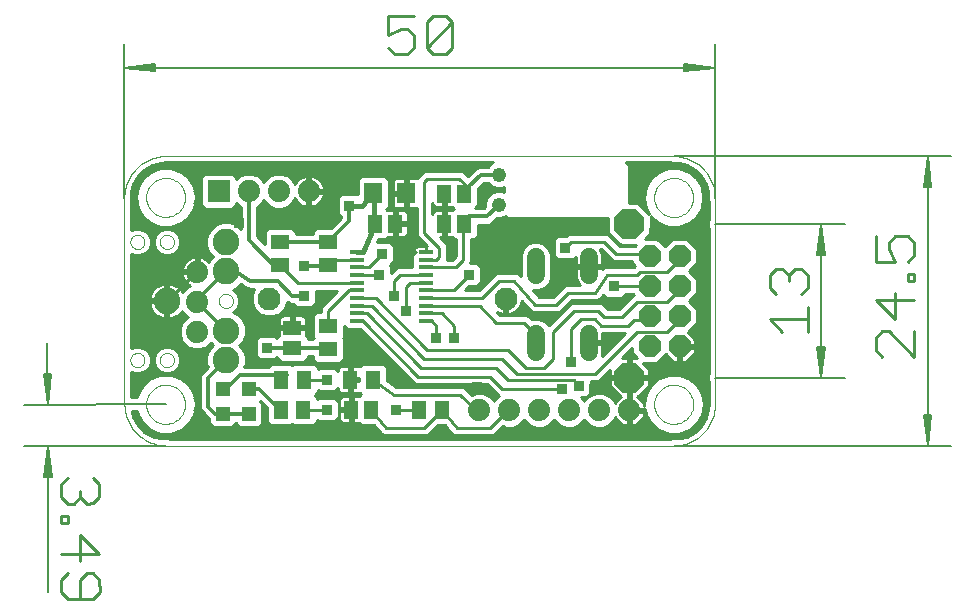
<source format=gtl>
G75*
G70*
%OFA0B0*%
%FSLAX24Y24*%
%IPPOS*%
%LPD*%
%AMOC8*
5,1,8,0,0,1.08239X$1,22.5*
%
%ADD10C,0.0000*%
%ADD11C,0.0051*%
%ADD12C,0.0110*%
%ADD13C,0.0886*%
%ADD14OC8,0.0740*%
%ADD15R,0.0472X0.0472*%
%ADD16R,0.0512X0.0630*%
%ADD17R,0.0512X0.0591*%
%ADD18R,0.0630X0.0709*%
%ADD19C,0.0768*%
%ADD20R,0.0472X0.0118*%
%ADD21C,0.0480*%
%ADD22R,0.0740X0.0740*%
%ADD23C,0.0740*%
%ADD24R,0.0630X0.0512*%
%ADD25C,0.0591*%
%ADD26OC8,0.1000*%
%ADD27R,0.0591X0.0512*%
%ADD28C,0.0120*%
%ADD29C,0.0100*%
%ADD30R,0.0356X0.0356*%
%ADD31C,0.0160*%
D10*
X004848Y006033D02*
X004851Y006033D01*
X021780Y006033D01*
X021784Y006033D01*
X021134Y007407D02*
X021136Y007457D01*
X021142Y007507D01*
X021152Y007557D01*
X021165Y007605D01*
X021182Y007653D01*
X021203Y007699D01*
X021227Y007743D01*
X021255Y007785D01*
X021286Y007825D01*
X021320Y007862D01*
X021357Y007897D01*
X021396Y007928D01*
X021437Y007957D01*
X021481Y007982D01*
X021527Y008004D01*
X021574Y008022D01*
X021622Y008036D01*
X021671Y008047D01*
X021721Y008054D01*
X021771Y008057D01*
X021822Y008056D01*
X021872Y008051D01*
X021922Y008042D01*
X021970Y008030D01*
X022018Y008013D01*
X022064Y007993D01*
X022109Y007970D01*
X022152Y007943D01*
X022192Y007913D01*
X022230Y007880D01*
X022265Y007844D01*
X022298Y007805D01*
X022327Y007764D01*
X022353Y007721D01*
X022376Y007676D01*
X022395Y007629D01*
X022410Y007581D01*
X022422Y007532D01*
X022430Y007482D01*
X022434Y007432D01*
X022434Y007382D01*
X022430Y007332D01*
X022422Y007282D01*
X022410Y007233D01*
X022395Y007185D01*
X022376Y007138D01*
X022353Y007093D01*
X022327Y007050D01*
X022298Y007009D01*
X022265Y006970D01*
X022230Y006934D01*
X022192Y006901D01*
X022152Y006871D01*
X022109Y006844D01*
X022064Y006821D01*
X022018Y006801D01*
X021970Y006784D01*
X021922Y006772D01*
X021872Y006763D01*
X021822Y006758D01*
X021771Y006757D01*
X021721Y006760D01*
X021671Y006767D01*
X021622Y006778D01*
X021574Y006792D01*
X021527Y006810D01*
X021481Y006832D01*
X021437Y006857D01*
X021396Y006886D01*
X021357Y006917D01*
X021320Y006952D01*
X021286Y006989D01*
X021255Y007029D01*
X021227Y007071D01*
X021203Y007115D01*
X021182Y007161D01*
X021165Y007209D01*
X021152Y007257D01*
X021142Y007307D01*
X021136Y007357D01*
X021134Y007407D01*
X021780Y006033D02*
X021852Y006035D01*
X021924Y006041D01*
X021996Y006050D01*
X022067Y006063D01*
X022137Y006080D01*
X022206Y006100D01*
X022274Y006125D01*
X022340Y006152D01*
X022406Y006183D01*
X022469Y006218D01*
X022531Y006255D01*
X022590Y006296D01*
X022647Y006340D01*
X022702Y006387D01*
X022754Y006437D01*
X022804Y006489D01*
X022851Y006544D01*
X022895Y006601D01*
X022936Y006660D01*
X022973Y006722D01*
X023008Y006785D01*
X023039Y006851D01*
X023066Y006917D01*
X023091Y006985D01*
X023111Y007054D01*
X023128Y007124D01*
X023141Y007195D01*
X023150Y007267D01*
X023156Y007339D01*
X023158Y007411D01*
X023158Y014300D01*
X023158Y014307D01*
X021130Y014300D02*
X021132Y014350D01*
X021138Y014400D01*
X021148Y014450D01*
X021161Y014498D01*
X021178Y014546D01*
X021199Y014592D01*
X021223Y014636D01*
X021251Y014678D01*
X021282Y014718D01*
X021316Y014755D01*
X021353Y014790D01*
X021392Y014821D01*
X021433Y014850D01*
X021477Y014875D01*
X021523Y014897D01*
X021570Y014915D01*
X021618Y014929D01*
X021667Y014940D01*
X021717Y014947D01*
X021767Y014950D01*
X021818Y014949D01*
X021868Y014944D01*
X021918Y014935D01*
X021966Y014923D01*
X022014Y014906D01*
X022060Y014886D01*
X022105Y014863D01*
X022148Y014836D01*
X022188Y014806D01*
X022226Y014773D01*
X022261Y014737D01*
X022294Y014698D01*
X022323Y014657D01*
X022349Y014614D01*
X022372Y014569D01*
X022391Y014522D01*
X022406Y014474D01*
X022418Y014425D01*
X022426Y014375D01*
X022430Y014325D01*
X022430Y014275D01*
X022426Y014225D01*
X022418Y014175D01*
X022406Y014126D01*
X022391Y014078D01*
X022372Y014031D01*
X022349Y013986D01*
X022323Y013943D01*
X022294Y013902D01*
X022261Y013863D01*
X022226Y013827D01*
X022188Y013794D01*
X022148Y013764D01*
X022105Y013737D01*
X022060Y013714D01*
X022014Y013694D01*
X021966Y013677D01*
X021918Y013665D01*
X021868Y013656D01*
X021818Y013651D01*
X021767Y013650D01*
X021717Y013653D01*
X021667Y013660D01*
X021618Y013671D01*
X021570Y013685D01*
X021523Y013703D01*
X021477Y013725D01*
X021433Y013750D01*
X021392Y013779D01*
X021353Y013810D01*
X021316Y013845D01*
X021282Y013882D01*
X021251Y013922D01*
X021223Y013964D01*
X021199Y014008D01*
X021178Y014054D01*
X021161Y014102D01*
X021148Y014150D01*
X021138Y014200D01*
X021132Y014250D01*
X021130Y014300D01*
X021780Y015678D02*
X021852Y015676D01*
X021924Y015670D01*
X021996Y015661D01*
X022067Y015648D01*
X022137Y015631D01*
X022206Y015611D01*
X022274Y015586D01*
X022340Y015559D01*
X022406Y015528D01*
X022469Y015493D01*
X022531Y015456D01*
X022590Y015415D01*
X022647Y015371D01*
X022702Y015324D01*
X022754Y015274D01*
X022804Y015222D01*
X022851Y015167D01*
X022895Y015110D01*
X022936Y015051D01*
X022973Y014989D01*
X023008Y014926D01*
X023039Y014860D01*
X023066Y014794D01*
X023091Y014726D01*
X023111Y014657D01*
X023128Y014587D01*
X023141Y014516D01*
X023150Y014444D01*
X023156Y014372D01*
X023158Y014300D01*
X021784Y015678D02*
X021780Y015678D01*
X004851Y015678D01*
X004198Y014304D02*
X004200Y014354D01*
X004206Y014404D01*
X004216Y014454D01*
X004229Y014502D01*
X004246Y014550D01*
X004267Y014596D01*
X004291Y014640D01*
X004319Y014682D01*
X004350Y014722D01*
X004384Y014759D01*
X004421Y014794D01*
X004460Y014825D01*
X004501Y014854D01*
X004545Y014879D01*
X004591Y014901D01*
X004638Y014919D01*
X004686Y014933D01*
X004735Y014944D01*
X004785Y014951D01*
X004835Y014954D01*
X004886Y014953D01*
X004936Y014948D01*
X004986Y014939D01*
X005034Y014927D01*
X005082Y014910D01*
X005128Y014890D01*
X005173Y014867D01*
X005216Y014840D01*
X005256Y014810D01*
X005294Y014777D01*
X005329Y014741D01*
X005362Y014702D01*
X005391Y014661D01*
X005417Y014618D01*
X005440Y014573D01*
X005459Y014526D01*
X005474Y014478D01*
X005486Y014429D01*
X005494Y014379D01*
X005498Y014329D01*
X005498Y014279D01*
X005494Y014229D01*
X005486Y014179D01*
X005474Y014130D01*
X005459Y014082D01*
X005440Y014035D01*
X005417Y013990D01*
X005391Y013947D01*
X005362Y013906D01*
X005329Y013867D01*
X005294Y013831D01*
X005256Y013798D01*
X005216Y013768D01*
X005173Y013741D01*
X005128Y013718D01*
X005082Y013698D01*
X005034Y013681D01*
X004986Y013669D01*
X004936Y013660D01*
X004886Y013655D01*
X004835Y013654D01*
X004785Y013657D01*
X004735Y013664D01*
X004686Y013675D01*
X004638Y013689D01*
X004591Y013707D01*
X004545Y013729D01*
X004501Y013754D01*
X004460Y013783D01*
X004421Y013814D01*
X004384Y013849D01*
X004350Y013886D01*
X004319Y013926D01*
X004291Y013968D01*
X004267Y014012D01*
X004246Y014058D01*
X004229Y014106D01*
X004216Y014154D01*
X004206Y014204D01*
X004200Y014254D01*
X004198Y014304D01*
X003473Y014300D02*
X003475Y014372D01*
X003481Y014444D01*
X003490Y014516D01*
X003503Y014587D01*
X003520Y014657D01*
X003540Y014726D01*
X003565Y014794D01*
X003592Y014860D01*
X003623Y014926D01*
X003658Y014989D01*
X003695Y015051D01*
X003736Y015110D01*
X003780Y015167D01*
X003827Y015222D01*
X003877Y015274D01*
X003929Y015324D01*
X003984Y015371D01*
X004041Y015415D01*
X004100Y015456D01*
X004162Y015493D01*
X004225Y015528D01*
X004291Y015559D01*
X004357Y015586D01*
X004425Y015611D01*
X004494Y015631D01*
X004564Y015648D01*
X004635Y015661D01*
X004707Y015670D01*
X004779Y015676D01*
X004851Y015678D01*
X003473Y014304D02*
X003473Y014300D01*
X003473Y007450D01*
X003473Y007407D01*
X004198Y007407D02*
X004200Y007457D01*
X004206Y007507D01*
X004216Y007557D01*
X004229Y007605D01*
X004246Y007653D01*
X004267Y007699D01*
X004291Y007743D01*
X004319Y007785D01*
X004350Y007825D01*
X004384Y007862D01*
X004421Y007897D01*
X004460Y007928D01*
X004501Y007957D01*
X004545Y007982D01*
X004591Y008004D01*
X004638Y008022D01*
X004686Y008036D01*
X004735Y008047D01*
X004785Y008054D01*
X004835Y008057D01*
X004886Y008056D01*
X004936Y008051D01*
X004986Y008042D01*
X005034Y008030D01*
X005082Y008013D01*
X005128Y007993D01*
X005173Y007970D01*
X005216Y007943D01*
X005256Y007913D01*
X005294Y007880D01*
X005329Y007844D01*
X005362Y007805D01*
X005391Y007764D01*
X005417Y007721D01*
X005440Y007676D01*
X005459Y007629D01*
X005474Y007581D01*
X005486Y007532D01*
X005494Y007482D01*
X005498Y007432D01*
X005498Y007382D01*
X005494Y007332D01*
X005486Y007282D01*
X005474Y007233D01*
X005459Y007185D01*
X005440Y007138D01*
X005417Y007093D01*
X005391Y007050D01*
X005362Y007009D01*
X005329Y006970D01*
X005294Y006934D01*
X005256Y006901D01*
X005216Y006871D01*
X005173Y006844D01*
X005128Y006821D01*
X005082Y006801D01*
X005034Y006784D01*
X004986Y006772D01*
X004936Y006763D01*
X004886Y006758D01*
X004835Y006757D01*
X004785Y006760D01*
X004735Y006767D01*
X004686Y006778D01*
X004638Y006792D01*
X004591Y006810D01*
X004545Y006832D01*
X004501Y006857D01*
X004460Y006886D01*
X004421Y006917D01*
X004384Y006952D01*
X004350Y006989D01*
X004319Y007029D01*
X004291Y007071D01*
X004267Y007115D01*
X004246Y007161D01*
X004229Y007209D01*
X004216Y007257D01*
X004206Y007307D01*
X004200Y007357D01*
X004198Y007407D01*
X003473Y007450D02*
X003474Y007377D01*
X003479Y007303D01*
X003487Y007231D01*
X003500Y007159D01*
X003516Y007087D01*
X003535Y007017D01*
X003559Y006947D01*
X003586Y006879D01*
X003617Y006813D01*
X003651Y006748D01*
X003688Y006685D01*
X003729Y006624D01*
X003772Y006566D01*
X003819Y006509D01*
X003869Y006455D01*
X003921Y006404D01*
X003976Y006356D01*
X004033Y006311D01*
X004093Y006268D01*
X004155Y006229D01*
X004219Y006193D01*
X004284Y006161D01*
X004352Y006132D01*
X004420Y006107D01*
X004490Y006085D01*
X004561Y006067D01*
X004633Y006052D01*
X004705Y006042D01*
X004778Y006035D01*
X004851Y006032D01*
X004655Y008883D02*
X004657Y008913D01*
X004663Y008943D01*
X004672Y008972D01*
X004685Y008999D01*
X004702Y009024D01*
X004721Y009047D01*
X004744Y009068D01*
X004769Y009085D01*
X004795Y009099D01*
X004824Y009109D01*
X004853Y009116D01*
X004883Y009119D01*
X004914Y009118D01*
X004944Y009113D01*
X004973Y009104D01*
X005000Y009092D01*
X005026Y009077D01*
X005050Y009058D01*
X005071Y009036D01*
X005089Y009012D01*
X005104Y008985D01*
X005115Y008957D01*
X005123Y008928D01*
X005127Y008898D01*
X005127Y008868D01*
X005123Y008838D01*
X005115Y008809D01*
X005104Y008781D01*
X005089Y008754D01*
X005071Y008730D01*
X005050Y008708D01*
X005026Y008689D01*
X005000Y008674D01*
X004973Y008662D01*
X004944Y008653D01*
X004914Y008648D01*
X004883Y008647D01*
X004853Y008650D01*
X004824Y008657D01*
X004795Y008667D01*
X004769Y008681D01*
X004744Y008698D01*
X004721Y008719D01*
X004702Y008742D01*
X004685Y008767D01*
X004672Y008794D01*
X004663Y008823D01*
X004657Y008853D01*
X004655Y008883D01*
X003670Y008883D02*
X003672Y008913D01*
X003678Y008943D01*
X003687Y008972D01*
X003700Y008999D01*
X003717Y009024D01*
X003736Y009047D01*
X003759Y009068D01*
X003784Y009085D01*
X003810Y009099D01*
X003839Y009109D01*
X003868Y009116D01*
X003898Y009119D01*
X003929Y009118D01*
X003959Y009113D01*
X003988Y009104D01*
X004015Y009092D01*
X004041Y009077D01*
X004065Y009058D01*
X004086Y009036D01*
X004104Y009012D01*
X004119Y008985D01*
X004130Y008957D01*
X004138Y008928D01*
X004142Y008898D01*
X004142Y008868D01*
X004138Y008838D01*
X004130Y008809D01*
X004119Y008781D01*
X004104Y008754D01*
X004086Y008730D01*
X004065Y008708D01*
X004041Y008689D01*
X004015Y008674D01*
X003988Y008662D01*
X003959Y008653D01*
X003929Y008648D01*
X003898Y008647D01*
X003868Y008650D01*
X003839Y008657D01*
X003810Y008667D01*
X003784Y008681D01*
X003759Y008698D01*
X003736Y008719D01*
X003717Y008742D01*
X003700Y008767D01*
X003687Y008794D01*
X003678Y008823D01*
X003672Y008853D01*
X003670Y008883D01*
X006623Y010852D02*
X006625Y010882D01*
X006631Y010912D01*
X006640Y010941D01*
X006653Y010968D01*
X006670Y010993D01*
X006689Y011016D01*
X006712Y011037D01*
X006737Y011054D01*
X006763Y011068D01*
X006792Y011078D01*
X006821Y011085D01*
X006851Y011088D01*
X006882Y011087D01*
X006912Y011082D01*
X006941Y011073D01*
X006968Y011061D01*
X006994Y011046D01*
X007018Y011027D01*
X007039Y011005D01*
X007057Y010981D01*
X007072Y010954D01*
X007083Y010926D01*
X007091Y010897D01*
X007095Y010867D01*
X007095Y010837D01*
X007091Y010807D01*
X007083Y010778D01*
X007072Y010750D01*
X007057Y010723D01*
X007039Y010699D01*
X007018Y010677D01*
X006994Y010658D01*
X006968Y010643D01*
X006941Y010631D01*
X006912Y010622D01*
X006882Y010617D01*
X006851Y010616D01*
X006821Y010619D01*
X006792Y010626D01*
X006763Y010636D01*
X006737Y010650D01*
X006712Y010667D01*
X006689Y010688D01*
X006670Y010711D01*
X006653Y010736D01*
X006640Y010763D01*
X006631Y010792D01*
X006625Y010822D01*
X006623Y010852D01*
X004655Y012820D02*
X004657Y012850D01*
X004663Y012880D01*
X004672Y012909D01*
X004685Y012936D01*
X004702Y012961D01*
X004721Y012984D01*
X004744Y013005D01*
X004769Y013022D01*
X004795Y013036D01*
X004824Y013046D01*
X004853Y013053D01*
X004883Y013056D01*
X004914Y013055D01*
X004944Y013050D01*
X004973Y013041D01*
X005000Y013029D01*
X005026Y013014D01*
X005050Y012995D01*
X005071Y012973D01*
X005089Y012949D01*
X005104Y012922D01*
X005115Y012894D01*
X005123Y012865D01*
X005127Y012835D01*
X005127Y012805D01*
X005123Y012775D01*
X005115Y012746D01*
X005104Y012718D01*
X005089Y012691D01*
X005071Y012667D01*
X005050Y012645D01*
X005026Y012626D01*
X005000Y012611D01*
X004973Y012599D01*
X004944Y012590D01*
X004914Y012585D01*
X004883Y012584D01*
X004853Y012587D01*
X004824Y012594D01*
X004795Y012604D01*
X004769Y012618D01*
X004744Y012635D01*
X004721Y012656D01*
X004702Y012679D01*
X004685Y012704D01*
X004672Y012731D01*
X004663Y012760D01*
X004657Y012790D01*
X004655Y012820D01*
X003670Y012820D02*
X003672Y012850D01*
X003678Y012880D01*
X003687Y012909D01*
X003700Y012936D01*
X003717Y012961D01*
X003736Y012984D01*
X003759Y013005D01*
X003784Y013022D01*
X003810Y013036D01*
X003839Y013046D01*
X003868Y013053D01*
X003898Y013056D01*
X003929Y013055D01*
X003959Y013050D01*
X003988Y013041D01*
X004015Y013029D01*
X004041Y013014D01*
X004065Y012995D01*
X004086Y012973D01*
X004104Y012949D01*
X004119Y012922D01*
X004130Y012894D01*
X004138Y012865D01*
X004142Y012835D01*
X004142Y012805D01*
X004138Y012775D01*
X004130Y012746D01*
X004119Y012718D01*
X004104Y012691D01*
X004086Y012667D01*
X004065Y012645D01*
X004041Y012626D01*
X004015Y012611D01*
X003988Y012599D01*
X003959Y012590D01*
X003929Y012585D01*
X003898Y012584D01*
X003868Y012587D01*
X003839Y012594D01*
X003810Y012604D01*
X003784Y012618D01*
X003759Y012635D01*
X003736Y012656D01*
X003717Y012679D01*
X003700Y012704D01*
X003687Y012731D01*
X003678Y012760D01*
X003672Y012790D01*
X003670Y012820D01*
D11*
X000916Y006024D02*
X000927Y001163D01*
X000867Y005000D02*
X000916Y006024D01*
X000816Y005000D01*
X000793Y005000D02*
X000916Y006024D01*
X001021Y005000D01*
X001044Y005000D02*
X000793Y005000D01*
X000970Y005000D02*
X000916Y006024D01*
X001044Y005000D01*
X000129Y006022D02*
X004851Y006033D01*
X004848Y007407D02*
X000126Y007397D01*
X000913Y007398D02*
X000808Y008422D01*
X000785Y008422D02*
X000913Y007398D01*
X001013Y008422D01*
X001036Y008422D02*
X000785Y008422D01*
X000859Y008422D02*
X000913Y007398D01*
X000962Y008422D01*
X001036Y008422D02*
X000913Y007398D01*
X000908Y009446D01*
X003473Y014300D02*
X003473Y019418D01*
X003473Y018631D02*
X004497Y018733D01*
X004497Y018757D02*
X004497Y018505D01*
X003473Y018631D01*
X004497Y018529D01*
X004497Y018580D02*
X003473Y018631D01*
X004497Y018682D01*
X004497Y018757D02*
X003473Y018631D01*
X023158Y018631D01*
X022135Y018529D01*
X022135Y018505D02*
X023158Y018631D01*
X022135Y018733D01*
X022135Y018757D02*
X022135Y018505D01*
X022135Y018580D02*
X023158Y018631D01*
X022135Y018682D01*
X022135Y018757D02*
X023158Y018631D01*
X023158Y019418D02*
X023158Y014300D01*
X023158Y013415D02*
X027489Y013415D01*
X026702Y013415D02*
X026804Y012391D01*
X026827Y012391D02*
X026702Y013415D01*
X026599Y012391D01*
X026576Y012391D02*
X026827Y012391D01*
X026753Y012391D02*
X026702Y013415D01*
X026651Y012391D01*
X026576Y012391D02*
X026702Y013415D01*
X026702Y008296D01*
X026804Y009320D01*
X026827Y009320D02*
X026702Y008296D01*
X026599Y009320D01*
X026576Y009320D02*
X026827Y009320D01*
X026753Y009320D02*
X026702Y008296D01*
X026651Y009320D01*
X026576Y009320D02*
X026702Y008296D01*
X027489Y008296D02*
X023158Y008296D01*
X021780Y006033D02*
X031032Y006033D01*
X030245Y006033D02*
X030347Y007056D01*
X030371Y007056D02*
X030245Y006033D01*
X030143Y007056D01*
X030119Y007056D02*
X030371Y007056D01*
X030296Y007056D02*
X030245Y006033D01*
X030194Y007056D01*
X030119Y007056D02*
X030245Y006033D01*
X030245Y015678D01*
X030347Y014655D01*
X030371Y014655D02*
X030245Y015678D01*
X030143Y014655D01*
X030119Y014655D02*
X030371Y014655D01*
X030296Y014655D02*
X030245Y015678D01*
X030194Y014655D01*
X030119Y014655D02*
X030245Y015678D01*
X031032Y015678D02*
X021780Y015678D01*
D12*
X025195Y011929D02*
X025407Y011929D01*
X025618Y011717D01*
X025830Y011929D01*
X026042Y011929D01*
X026253Y011717D01*
X026253Y011294D01*
X026042Y011083D01*
X026253Y010660D02*
X026253Y009814D01*
X026253Y010237D02*
X024984Y010237D01*
X025407Y009814D01*
X025195Y011083D02*
X024984Y011294D01*
X024984Y011717D01*
X025195Y011929D01*
X025618Y011717D02*
X025618Y011506D01*
X028527Y010895D02*
X029162Y010261D01*
X029162Y011107D01*
X029796Y010895D02*
X028527Y010895D01*
X029585Y011529D02*
X029585Y011741D01*
X029796Y011741D01*
X029796Y011529D01*
X029585Y011529D01*
X029585Y012164D02*
X029796Y012375D01*
X029796Y012798D01*
X029585Y013010D01*
X029162Y013010D01*
X028950Y012798D01*
X028950Y012587D01*
X029162Y012164D01*
X028527Y012164D01*
X028527Y013010D01*
X028739Y009838D02*
X028527Y009626D01*
X028527Y009203D01*
X028739Y008992D01*
X028950Y009838D02*
X029796Y008992D01*
X029796Y009838D01*
X028950Y009838D02*
X028739Y009838D01*
X014389Y019291D02*
X014178Y019080D01*
X013755Y019080D01*
X013543Y019291D01*
X014389Y020137D01*
X014389Y019291D01*
X013543Y019291D02*
X013543Y020137D01*
X013755Y020349D01*
X014178Y020349D01*
X014389Y020137D01*
X013121Y020349D02*
X012274Y020349D01*
X012274Y019714D01*
X012697Y019926D01*
X012909Y019926D01*
X013121Y019714D01*
X013121Y019291D01*
X012909Y019080D01*
X012486Y019080D01*
X012274Y019291D01*
X002425Y004948D02*
X002637Y004737D01*
X002637Y004314D01*
X002426Y004102D01*
X002215Y004101D01*
X002003Y004313D01*
X001792Y004101D01*
X001580Y004100D01*
X001368Y004311D01*
X001368Y004735D01*
X001579Y004946D01*
X002003Y004524D02*
X002003Y004313D01*
X001581Y003678D02*
X001369Y003677D01*
X001370Y003466D01*
X001581Y003466D01*
X001581Y003678D01*
X002005Y003044D02*
X002007Y002198D01*
X002219Y001775D02*
X002008Y001564D01*
X002009Y000929D01*
X001586Y000928D02*
X002432Y000930D01*
X002643Y001142D01*
X002642Y001565D01*
X002430Y001776D01*
X002219Y001775D01*
X001584Y001774D02*
X001373Y001563D01*
X001374Y001139D01*
X001586Y000928D01*
X001372Y002408D02*
X002641Y002411D01*
X002005Y003044D01*
D13*
X006859Y008883D03*
X006859Y009867D03*
X004891Y010852D03*
X006859Y011836D03*
X006859Y012820D03*
D14*
X020981Y012349D03*
X021981Y012349D03*
X021981Y011349D03*
X020981Y011349D03*
X020981Y010349D03*
X021981Y010349D03*
X021981Y009349D03*
X020981Y009349D03*
D15*
X007630Y007924D03*
X006745Y007924D03*
X006745Y007097D03*
X007630Y007097D03*
D16*
X008693Y007232D03*
X009441Y007232D03*
X009447Y008233D03*
X008699Y008233D03*
X010999Y008233D03*
X011747Y008233D03*
X013299Y007233D03*
X014047Y007233D03*
D17*
X011708Y007233D03*
X011039Y007233D03*
X011839Y013433D03*
X012508Y013433D03*
X014139Y013433D03*
X014808Y013433D03*
X014808Y014433D03*
X014139Y014433D03*
D18*
X012875Y014441D03*
X011772Y014441D03*
D19*
X008309Y010929D03*
X016183Y010929D03*
D20*
X013515Y010949D03*
X013515Y011205D03*
X013515Y011461D03*
X013515Y011717D03*
X013515Y011972D03*
X013515Y012228D03*
X013515Y012484D03*
X011232Y012484D03*
X011232Y012228D03*
X011232Y011972D03*
X011232Y011717D03*
X011232Y011461D03*
X011232Y011205D03*
X011232Y010949D03*
X011232Y010693D03*
X011232Y010437D03*
X011232Y010181D03*
X013515Y010181D03*
X013515Y010437D03*
X013515Y010693D03*
D21*
X015952Y014061D03*
X015952Y015061D03*
D22*
X006615Y014512D03*
D23*
X007615Y014512D03*
X008615Y014512D03*
X009615Y014512D03*
X005893Y011823D03*
X005893Y010823D03*
X005893Y009823D03*
X015299Y007209D03*
X016299Y007209D03*
X017299Y007209D03*
X018299Y007209D03*
X019299Y007209D03*
X020299Y007209D03*
D24*
X010273Y009259D03*
X010273Y010007D03*
X010273Y012059D03*
X010273Y012807D03*
X008673Y012807D03*
X008673Y012059D03*
D25*
X017188Y012307D02*
X017188Y011717D01*
X018959Y011717D02*
X018959Y012307D01*
X018959Y009748D02*
X018959Y009158D01*
X017188Y009158D02*
X017188Y009748D01*
D26*
X020304Y008296D03*
X020304Y013415D03*
D27*
X009073Y009967D03*
X009073Y009298D03*
D28*
X008239Y009298D01*
X009073Y009298D02*
X010234Y009298D01*
X010273Y009259D01*
X008902Y008385D02*
X008699Y008233D01*
X008902Y008385D02*
X007326Y008385D01*
X006973Y008033D01*
X006854Y008033D01*
X006745Y007924D01*
X006273Y008297D02*
X006859Y008883D01*
X006859Y008918D01*
X006859Y008883D02*
X006833Y008883D01*
X006273Y008297D02*
X006273Y007333D01*
X006509Y007097D01*
X006745Y007097D01*
X007630Y007097D01*
X007973Y007933D02*
X008674Y007232D01*
X008693Y007232D01*
X007973Y007933D02*
X007638Y007933D01*
X007630Y007924D01*
X006908Y009867D02*
X006859Y009867D01*
X005904Y010823D01*
X005893Y010823D01*
X005893Y010870D01*
X006859Y011836D01*
X007170Y011836D01*
X007673Y011529D01*
X008577Y011529D01*
X009073Y011033D01*
X009473Y011033D01*
X009473Y012033D02*
X010247Y012033D01*
X010273Y012059D01*
X010273Y012807D02*
X010973Y013507D01*
X010973Y014033D01*
X010273Y012807D02*
X008673Y012807D01*
X008473Y012033D02*
X007615Y012891D01*
X007615Y014512D01*
X008473Y012033D02*
X008747Y012033D01*
X008673Y012059D01*
X005893Y011823D02*
X004922Y010852D01*
X004891Y010852D01*
X014773Y013398D02*
X014808Y013433D01*
X014943Y013668D01*
X015558Y013668D01*
X015952Y014061D01*
X015952Y015061D02*
X015361Y015061D01*
X014943Y014668D01*
X014929Y014643D01*
X014808Y014433D01*
D29*
X014929Y014643D02*
X014640Y014933D01*
X013573Y014933D01*
X013473Y014833D01*
X013473Y013133D01*
X013973Y012633D01*
X013973Y012333D01*
X013869Y012228D01*
X013515Y012228D01*
X013515Y011972D02*
X014513Y011972D01*
X014773Y012233D01*
X014773Y013398D01*
X015250Y013026D02*
X018199Y013026D01*
X018194Y013021D02*
X017908Y013021D01*
X017785Y012898D01*
X017785Y012368D01*
X017908Y012245D01*
X018438Y012245D01*
X018514Y012320D01*
X018514Y012061D01*
X018911Y012061D01*
X018911Y011964D01*
X018514Y011964D01*
X018514Y011682D01*
X018525Y011613D01*
X018547Y011546D01*
X018578Y011484D01*
X018620Y011427D01*
X018654Y011393D01*
X018222Y011393D01*
X018126Y011353D01*
X018053Y011280D01*
X017766Y010993D01*
X017291Y010993D01*
X017100Y011212D01*
X017288Y011212D01*
X017474Y011289D01*
X017616Y011431D01*
X017693Y011616D01*
X017693Y012408D01*
X017616Y012594D01*
X017474Y012736D01*
X017288Y012813D01*
X017087Y012813D01*
X016901Y012736D01*
X016759Y012594D01*
X016682Y012408D01*
X016682Y011691D01*
X016663Y011710D01*
X016635Y011743D01*
X016627Y011747D01*
X016621Y011753D01*
X016581Y011770D01*
X016542Y011789D01*
X016533Y011789D01*
X016525Y011793D01*
X016482Y011793D01*
X016439Y011796D01*
X016431Y011793D01*
X015922Y011793D01*
X015826Y011753D01*
X015753Y011680D01*
X015753Y011680D01*
X015282Y011209D01*
X014817Y011209D01*
X014953Y011345D01*
X015238Y011345D01*
X015361Y011468D01*
X015361Y011998D01*
X015238Y012121D01*
X015008Y012121D01*
X015033Y012181D01*
X015033Y012927D01*
X015151Y012927D01*
X015274Y013050D01*
X015274Y013398D01*
X015612Y013398D01*
X015711Y013439D01*
X015884Y013611D01*
X016041Y013611D01*
X016187Y013672D01*
X016240Y013619D01*
X019594Y013619D01*
X019594Y013120D01*
X020010Y012705D01*
X020517Y012705D01*
X020505Y012693D01*
X019981Y012693D01*
X019621Y013053D01*
X019525Y013093D01*
X018322Y013093D01*
X018226Y013053D01*
X018194Y013021D01*
X018373Y012833D02*
X018173Y012633D01*
X018373Y012833D02*
X019473Y012833D01*
X019873Y012433D01*
X020799Y012433D01*
X020981Y012349D01*
X021420Y012731D02*
X021543Y012731D01*
X021481Y012669D02*
X021221Y012929D01*
X020822Y012929D01*
X021014Y013120D01*
X021014Y013668D01*
X021018Y013661D01*
X021283Y013439D01*
X021608Y013320D01*
X021953Y013320D01*
X022278Y013439D01*
X022543Y013661D01*
X022716Y013960D01*
X022776Y014300D01*
X022776Y014300D01*
X022716Y014641D01*
X022543Y014940D01*
X022278Y015162D01*
X021953Y015280D01*
X021608Y015280D01*
X021283Y015162D01*
X021283Y015162D01*
X021018Y014940D01*
X020845Y014641D01*
X020845Y014641D01*
X020785Y014300D01*
X020845Y013960D01*
X020958Y013764D01*
X020598Y014125D01*
X020287Y014125D01*
X020287Y015366D01*
X020185Y015468D01*
X021657Y015468D01*
X021683Y015443D01*
X021991Y015443D01*
X022227Y015379D01*
X022491Y015227D01*
X022707Y015011D01*
X022860Y014747D01*
X022923Y014511D01*
X022923Y014203D01*
X022948Y014177D01*
X022948Y013538D01*
X022923Y013512D01*
X022923Y013317D01*
X022948Y013291D01*
X022948Y008420D01*
X022923Y008394D01*
X022923Y008199D01*
X022948Y008173D01*
X022948Y007411D01*
X022938Y007258D01*
X022860Y006964D01*
X022707Y006700D01*
X022491Y006484D01*
X022227Y006332D01*
X021991Y006268D01*
X021683Y006268D01*
X021657Y006243D01*
X004974Y006243D01*
X004948Y006268D01*
X004654Y006268D01*
X004401Y006339D01*
X004135Y006498D01*
X003919Y006721D01*
X003767Y006991D01*
X003722Y007169D01*
X003895Y007170D01*
X003913Y007067D01*
X004086Y006768D01*
X004086Y006768D01*
X004351Y006546D01*
X004675Y006427D01*
X005021Y006427D01*
X005346Y006546D01*
X005610Y006768D01*
X005610Y006768D01*
X005783Y007067D01*
X005843Y007407D01*
X005843Y007407D01*
X005783Y007748D01*
X005610Y008047D01*
X005346Y008269D01*
X005021Y008387D01*
X004675Y008387D01*
X004351Y008269D01*
X004351Y008269D01*
X004086Y008047D01*
X003913Y007748D01*
X003913Y007748D01*
X003894Y007641D01*
X003683Y007640D01*
X003683Y008492D01*
X003818Y008437D01*
X003995Y008437D01*
X004159Y008505D01*
X004285Y008630D01*
X004353Y008794D01*
X004353Y008972D01*
X004285Y009136D01*
X004159Y009261D01*
X003995Y009329D01*
X003818Y009329D01*
X003683Y009274D01*
X003683Y012429D01*
X003818Y012374D01*
X003995Y012374D01*
X004159Y012442D01*
X004285Y012567D01*
X004353Y012731D01*
X004353Y012909D01*
X004285Y013073D01*
X004159Y013198D01*
X003995Y013266D01*
X003818Y013266D01*
X003683Y013211D01*
X003683Y014177D01*
X003709Y014203D01*
X003709Y014511D01*
X003772Y014747D01*
X003925Y015011D01*
X004140Y015227D01*
X004404Y015379D01*
X004699Y015458D01*
X004851Y015468D01*
X015758Y015468D01*
X015697Y015443D01*
X015585Y015331D01*
X015365Y015331D01*
X015316Y015333D01*
X015312Y015331D01*
X015307Y015331D01*
X015262Y015312D01*
X015215Y015295D01*
X015212Y015292D01*
X015208Y015290D01*
X015173Y015255D01*
X014922Y015018D01*
X014787Y015153D01*
X014691Y015193D01*
X013522Y015193D01*
X013426Y015153D01*
X013353Y015080D01*
X013253Y014980D01*
X013236Y014938D01*
X013209Y014945D01*
X012925Y014945D01*
X012925Y014491D01*
X012825Y014491D01*
X012825Y014945D01*
X012540Y014945D01*
X012502Y014935D01*
X012467Y014915D01*
X012440Y014887D01*
X012420Y014853D01*
X012410Y014815D01*
X012410Y014491D01*
X012825Y014491D01*
X012825Y014391D01*
X012925Y014391D01*
X012925Y013936D01*
X013209Y013936D01*
X013213Y013937D01*
X013213Y013081D01*
X013253Y012985D01*
X013326Y012912D01*
X013545Y012693D01*
X013515Y012693D01*
X013259Y012693D01*
X013221Y012683D01*
X013187Y012663D01*
X013159Y012635D01*
X013139Y012601D01*
X013129Y012563D01*
X013129Y012484D01*
X013129Y012434D01*
X013069Y012374D01*
X013069Y011977D01*
X012606Y011977D01*
X012510Y011937D01*
X012361Y011788D01*
X012361Y011998D01*
X012315Y012045D01*
X012338Y012045D01*
X012461Y012168D01*
X012461Y012698D01*
X012338Y012821D01*
X011895Y012821D01*
X011940Y012927D01*
X012182Y012927D01*
X012242Y012987D01*
X012458Y012987D01*
X012458Y013383D01*
X012558Y013383D01*
X012558Y013483D01*
X012458Y013483D01*
X012458Y013878D01*
X012242Y013878D01*
X012209Y013911D01*
X012297Y013999D01*
X012297Y014882D01*
X012174Y015005D01*
X011370Y015005D01*
X011247Y014882D01*
X011247Y014412D01*
X011238Y014421D01*
X010708Y014421D01*
X010585Y014298D01*
X010585Y013768D01*
X010703Y013649D01*
X010703Y013619D01*
X010357Y013273D01*
X009871Y013273D01*
X009748Y013150D01*
X009748Y013077D01*
X009198Y013077D01*
X009198Y013150D01*
X009075Y013273D01*
X008271Y013273D01*
X008148Y013150D01*
X008148Y012739D01*
X007885Y013003D01*
X007885Y013996D01*
X007943Y014020D01*
X008107Y014183D01*
X008115Y014203D01*
X008123Y014183D01*
X008286Y014020D01*
X008500Y013932D01*
X008730Y013932D01*
X008943Y014020D01*
X009107Y014183D01*
X009148Y014283D01*
X009170Y014239D01*
X009218Y014173D01*
X009276Y014115D01*
X009342Y014067D01*
X009415Y014030D01*
X009493Y014005D01*
X009565Y013993D01*
X009565Y014462D01*
X009665Y014462D01*
X009665Y014562D01*
X009565Y014562D01*
X009565Y015030D01*
X009493Y015019D01*
X009415Y014994D01*
X009342Y014957D01*
X009276Y014908D01*
X009218Y014851D01*
X009170Y014784D01*
X009148Y014741D01*
X009107Y014840D01*
X008943Y015003D01*
X008730Y015092D01*
X008500Y015092D01*
X008286Y015003D01*
X008123Y014840D01*
X008115Y014820D01*
X008107Y014840D01*
X007943Y015003D01*
X007730Y015092D01*
X007500Y015092D01*
X007286Y015003D01*
X007195Y014912D01*
X007195Y014969D01*
X007072Y015092D01*
X006158Y015092D01*
X006035Y014969D01*
X006035Y014055D01*
X006158Y013932D01*
X007072Y013932D01*
X007195Y014055D01*
X007195Y014112D01*
X007286Y014020D01*
X007345Y013996D01*
X007345Y013258D01*
X007229Y013374D01*
X006989Y013473D01*
X006729Y013473D01*
X006489Y013374D01*
X006306Y013190D01*
X006206Y012950D01*
X006206Y012690D01*
X006306Y012450D01*
X006428Y012328D01*
X006306Y012206D01*
X006288Y012163D01*
X006232Y012219D01*
X006166Y012267D01*
X006093Y012305D01*
X006015Y012330D01*
X005943Y012341D01*
X005943Y011873D01*
X005843Y011873D01*
X005843Y011773D01*
X005375Y011773D01*
X005386Y011701D01*
X005411Y011623D01*
X005449Y011550D01*
X005497Y011484D01*
X005555Y011426D01*
X005621Y011378D01*
X005665Y011356D01*
X005565Y011314D01*
X005403Y011152D01*
X005398Y011162D01*
X005343Y011238D01*
X005277Y011304D01*
X005201Y011359D01*
X005118Y011401D01*
X005030Y011430D01*
X004941Y011444D01*
X004941Y010902D01*
X004841Y010902D01*
X004841Y011444D01*
X004752Y011430D01*
X004663Y011401D01*
X004580Y011359D01*
X004504Y011304D01*
X004438Y011238D01*
X004384Y011162D01*
X004341Y011079D01*
X004312Y010990D01*
X004298Y010902D01*
X004841Y010902D01*
X004841Y010802D01*
X004298Y010802D01*
X004312Y010713D01*
X004341Y010624D01*
X004384Y010541D01*
X004438Y010465D01*
X004504Y010399D01*
X004580Y010344D01*
X004663Y010302D01*
X004752Y010273D01*
X004841Y010259D01*
X004841Y010802D01*
X004941Y010802D01*
X004941Y010259D01*
X005030Y010273D01*
X005118Y010302D01*
X005201Y010344D01*
X005277Y010399D01*
X005343Y010465D01*
X005431Y010465D01*
X005402Y010494D02*
X005565Y010331D01*
X005585Y010323D01*
X005565Y010314D01*
X005402Y010151D01*
X005313Y009938D01*
X005313Y009707D01*
X005402Y009494D01*
X005565Y009331D01*
X005778Y009243D01*
X006009Y009243D01*
X006222Y009331D01*
X006347Y009456D01*
X006428Y009375D01*
X006306Y009253D01*
X006206Y009013D01*
X006206Y008753D01*
X006248Y008653D01*
X006044Y008450D01*
X006003Y008351D01*
X006003Y007279D01*
X006044Y007180D01*
X006120Y007104D01*
X006299Y006925D01*
X006299Y006774D01*
X006422Y006651D01*
X007068Y006651D01*
X007187Y006770D01*
X007306Y006651D01*
X007953Y006651D01*
X008076Y006774D01*
X008076Y007420D01*
X007986Y007511D01*
X008000Y007525D01*
X008227Y007297D01*
X008227Y006830D01*
X008350Y006707D01*
X009036Y006707D01*
X009067Y006738D01*
X009098Y006707D01*
X009784Y006707D01*
X009907Y006830D01*
X009907Y006896D01*
X009958Y006845D01*
X010488Y006845D01*
X010611Y006968D01*
X010611Y007498D01*
X010488Y007621D01*
X009958Y007621D01*
X009907Y007569D01*
X009907Y007634D01*
X009812Y007729D01*
X009913Y007831D01*
X009913Y007890D01*
X009958Y007845D01*
X010488Y007845D01*
X010593Y007950D01*
X010593Y007898D01*
X010604Y007860D01*
X010623Y007826D01*
X010651Y007798D01*
X010686Y007778D01*
X010724Y007768D01*
X010949Y007768D01*
X010949Y008183D01*
X011049Y008183D01*
X011049Y007768D01*
X011275Y007768D01*
X011313Y007778D01*
X011327Y007786D01*
X011374Y007738D01*
X011365Y007738D01*
X011305Y007678D01*
X011089Y007678D01*
X011089Y007283D01*
X010989Y007283D01*
X010989Y007678D01*
X010763Y007678D01*
X010725Y007668D01*
X010691Y007648D01*
X010663Y007620D01*
X010643Y007586D01*
X010633Y007548D01*
X010633Y007283D01*
X010989Y007283D01*
X010989Y007183D01*
X010633Y007183D01*
X010633Y006918D01*
X010643Y006879D01*
X010663Y006845D01*
X010691Y006817D01*
X010725Y006798D01*
X010763Y006787D01*
X010989Y006787D01*
X010989Y007183D01*
X011089Y007183D01*
X011089Y006787D01*
X011305Y006787D01*
X011365Y006727D01*
X011791Y006727D01*
X011983Y006497D01*
X011988Y006485D01*
X012016Y006457D01*
X012041Y006426D01*
X012052Y006421D01*
X012061Y006412D01*
X012098Y006397D01*
X012133Y006378D01*
X012145Y006377D01*
X012156Y006373D01*
X012196Y006373D01*
X012236Y006369D01*
X012248Y006373D01*
X013525Y006373D01*
X013621Y006412D01*
X013694Y006485D01*
X013916Y006708D01*
X014146Y006708D01*
X014322Y006497D01*
X014327Y006485D01*
X014355Y006457D01*
X014381Y006426D01*
X014392Y006421D01*
X014400Y006412D01*
X014437Y006397D01*
X014472Y006378D01*
X014484Y006377D01*
X014496Y006373D01*
X014536Y006373D01*
X014575Y006369D01*
X014587Y006373D01*
X015725Y006373D01*
X015821Y006412D01*
X015894Y006485D01*
X016080Y006672D01*
X016183Y006629D01*
X016414Y006629D01*
X016627Y006717D01*
X016790Y006880D01*
X016799Y006900D01*
X016807Y006880D01*
X016970Y006717D01*
X017183Y006629D01*
X017414Y006629D01*
X017627Y006717D01*
X017790Y006880D01*
X017799Y006900D01*
X017807Y006880D01*
X017970Y006717D01*
X018183Y006629D01*
X018414Y006629D01*
X018627Y006717D01*
X018790Y006880D01*
X018799Y006900D01*
X018807Y006880D01*
X018970Y006717D01*
X019183Y006629D01*
X019414Y006629D01*
X019627Y006717D01*
X019790Y006880D01*
X019832Y006980D01*
X019854Y006936D01*
X019902Y006870D01*
X019960Y006812D01*
X020026Y006764D01*
X020099Y006727D01*
X020177Y006702D01*
X020249Y006690D01*
X020249Y007159D01*
X020349Y007159D01*
X020349Y007259D01*
X020815Y007259D01*
X020849Y007067D01*
X021021Y006768D01*
X021286Y006546D01*
X021611Y006427D01*
X021956Y006427D01*
X022281Y006546D01*
X022546Y006768D01*
X022719Y007067D01*
X022779Y007407D01*
X022779Y007407D01*
X022719Y007748D01*
X022546Y008047D01*
X022546Y008047D01*
X022281Y008269D01*
X021956Y008387D01*
X021611Y008387D01*
X021286Y008269D01*
X021021Y008047D01*
X020849Y007748D01*
X020788Y007407D01*
X020798Y007356D01*
X020781Y007408D01*
X020743Y007481D01*
X020695Y007547D01*
X020637Y007605D01*
X020576Y007650D01*
X020954Y008027D01*
X020954Y008246D01*
X020354Y008246D01*
X020354Y007726D01*
X020349Y007727D01*
X020349Y007259D01*
X020249Y007259D01*
X020249Y007646D01*
X020254Y007646D01*
X020254Y008246D01*
X020354Y008246D01*
X020354Y008346D01*
X020954Y008346D01*
X020954Y008566D01*
X020751Y008769D01*
X021221Y008769D01*
X021524Y009071D01*
X021766Y008829D01*
X021931Y008829D01*
X021931Y009299D01*
X022031Y009299D01*
X022031Y008829D01*
X022197Y008829D01*
X022501Y009133D01*
X022501Y009299D01*
X022031Y009299D01*
X022031Y009399D01*
X022501Y009399D01*
X022501Y009564D01*
X022259Y009806D01*
X022561Y010109D01*
X022561Y010589D01*
X022301Y010849D01*
X022561Y011109D01*
X022561Y011589D01*
X022301Y011849D01*
X022561Y012109D01*
X022561Y012589D01*
X022221Y012929D01*
X021741Y012929D01*
X021481Y012669D01*
X021321Y012829D02*
X021641Y012829D01*
X021740Y012928D02*
X021223Y012928D01*
X021014Y013125D02*
X022948Y013125D01*
X022948Y013223D02*
X021014Y013223D01*
X021014Y013322D02*
X021604Y013322D01*
X021333Y013420D02*
X021014Y013420D01*
X021014Y013519D02*
X021187Y013519D01*
X021283Y013439D02*
X021283Y013439D01*
X021070Y013617D02*
X021014Y013617D01*
X021018Y013661D02*
X021018Y013661D01*
X020930Y013814D02*
X020909Y013814D01*
X020873Y013913D02*
X020810Y013913D01*
X020845Y013960D02*
X020845Y013960D01*
X020836Y014011D02*
X020712Y014011D01*
X020613Y014110D02*
X020819Y014110D01*
X020802Y014208D02*
X020287Y014208D01*
X020287Y014307D02*
X020786Y014307D01*
X020785Y014300D02*
X020785Y014300D01*
X020804Y014405D02*
X020287Y014405D01*
X020287Y014504D02*
X020821Y014504D01*
X020839Y014602D02*
X020287Y014602D01*
X020287Y014701D02*
X020880Y014701D01*
X020937Y014799D02*
X020287Y014799D01*
X020287Y014898D02*
X020994Y014898D01*
X021018Y014940D02*
X021018Y014940D01*
X021018Y014940D01*
X021085Y014996D02*
X020287Y014996D01*
X020287Y015095D02*
X021202Y015095D01*
X021368Y015193D02*
X020287Y015193D01*
X020287Y015292D02*
X022379Y015292D01*
X022278Y015162D02*
X022278Y015162D01*
X022193Y015193D02*
X022525Y015193D01*
X022624Y015095D02*
X022358Y015095D01*
X022476Y014996D02*
X022716Y014996D01*
X022773Y014898D02*
X022567Y014898D01*
X022543Y014940D02*
X022543Y014940D01*
X022624Y014799D02*
X022830Y014799D01*
X022872Y014701D02*
X022681Y014701D01*
X022716Y014641D02*
X022716Y014641D01*
X022722Y014602D02*
X022898Y014602D01*
X022923Y014504D02*
X022740Y014504D01*
X022757Y014405D02*
X022923Y014405D01*
X022923Y014307D02*
X022774Y014307D01*
X022759Y014208D02*
X022923Y014208D01*
X022948Y014110D02*
X022742Y014110D01*
X022725Y014011D02*
X022948Y014011D01*
X022948Y013913D02*
X022688Y013913D01*
X022716Y013960D02*
X022716Y013960D01*
X022631Y013814D02*
X022948Y013814D01*
X022948Y013716D02*
X022574Y013716D01*
X022543Y013661D02*
X022543Y013661D01*
X022543Y013661D01*
X022491Y013617D02*
X022948Y013617D01*
X022929Y013519D02*
X022373Y013519D01*
X022278Y013439D02*
X022278Y013439D01*
X022227Y013420D02*
X022923Y013420D01*
X022923Y013322D02*
X021957Y013322D01*
X022223Y012928D02*
X022948Y012928D01*
X022948Y013026D02*
X020920Y013026D01*
X019984Y012731D02*
X019943Y012731D01*
X019885Y012829D02*
X019845Y012829D01*
X019787Y012928D02*
X019746Y012928D01*
X019688Y013026D02*
X019648Y013026D01*
X019594Y013125D02*
X015274Y013125D01*
X015274Y013223D02*
X019594Y013223D01*
X019594Y013322D02*
X015274Y013322D01*
X015666Y013420D02*
X019594Y013420D01*
X019594Y013519D02*
X015791Y013519D01*
X016055Y013617D02*
X019594Y013617D01*
X019366Y012573D02*
X019317Y012573D01*
X019340Y012541D01*
X019372Y012478D01*
X019394Y012412D01*
X019404Y012342D01*
X019404Y012061D01*
X019008Y012061D01*
X019008Y011964D01*
X019404Y011964D01*
X019404Y011931D01*
X019408Y011933D01*
X019426Y011951D01*
X019450Y011962D01*
X019472Y011976D01*
X019498Y011981D01*
X019522Y011991D01*
X019548Y011991D01*
X019574Y011996D01*
X019599Y011991D01*
X020464Y011991D01*
X020491Y012018D01*
X020401Y012109D01*
X020401Y012173D01*
X019822Y012173D01*
X019726Y012212D01*
X019653Y012285D01*
X019366Y012573D01*
X019344Y012534D02*
X019405Y012534D01*
X019386Y012435D02*
X019503Y012435D01*
X019404Y012337D02*
X019602Y012337D01*
X019700Y012238D02*
X019404Y012238D01*
X019404Y012140D02*
X020401Y012140D01*
X020469Y012041D02*
X019008Y012041D01*
X018911Y012041D02*
X017693Y012041D01*
X017693Y011943D02*
X018514Y011943D01*
X018514Y011844D02*
X017693Y011844D01*
X017693Y011746D02*
X018514Y011746D01*
X018519Y011647D02*
X017693Y011647D01*
X017665Y011549D02*
X018546Y011549D01*
X018603Y011450D02*
X017624Y011450D01*
X017537Y011352D02*
X018125Y011352D01*
X018026Y011253D02*
X017388Y011253D01*
X017236Y011056D02*
X017829Y011056D01*
X017928Y011155D02*
X017150Y011155D01*
X017188Y011533D02*
X017188Y012012D01*
X017693Y012140D02*
X018514Y012140D01*
X018514Y012238D02*
X017693Y012238D01*
X017693Y012337D02*
X017816Y012337D01*
X017785Y012435D02*
X017682Y012435D01*
X017641Y012534D02*
X017785Y012534D01*
X017785Y012632D02*
X017577Y012632D01*
X017479Y012731D02*
X017785Y012731D01*
X017785Y012829D02*
X015033Y012829D01*
X015033Y012731D02*
X016896Y012731D01*
X016798Y012632D02*
X015033Y012632D01*
X015033Y012534D02*
X016734Y012534D01*
X016694Y012435D02*
X015033Y012435D01*
X015033Y012337D02*
X016682Y012337D01*
X016682Y012238D02*
X015033Y012238D01*
X015016Y012140D02*
X016682Y012140D01*
X016682Y012041D02*
X015318Y012041D01*
X015361Y011943D02*
X016682Y011943D01*
X016682Y011844D02*
X015361Y011844D01*
X015361Y011746D02*
X015819Y011746D01*
X015720Y011647D02*
X015361Y011647D01*
X015361Y011549D02*
X015622Y011549D01*
X015523Y011450D02*
X015344Y011450D01*
X015425Y011352D02*
X015246Y011352D01*
X015326Y011253D02*
X014862Y011253D01*
X014445Y011205D02*
X014973Y011733D01*
X014445Y011205D02*
X013515Y011205D01*
X013515Y011461D02*
X013001Y011461D01*
X012873Y011333D01*
X012873Y010533D01*
X012473Y011033D02*
X012473Y011533D01*
X012657Y011717D01*
X013515Y011717D01*
X013069Y012041D02*
X012318Y012041D01*
X012361Y011943D02*
X012524Y011943D01*
X012417Y011844D02*
X012361Y011844D01*
X012434Y012140D02*
X013069Y012140D01*
X013069Y012238D02*
X012461Y012238D01*
X012461Y012337D02*
X013069Y012337D01*
X013129Y012435D02*
X012461Y012435D01*
X012461Y012534D02*
X013129Y012534D01*
X013129Y012484D02*
X013179Y012484D01*
X013179Y012484D01*
X013129Y012484D01*
X013157Y012632D02*
X012461Y012632D01*
X012429Y012731D02*
X013508Y012731D01*
X013515Y012693D02*
X013515Y012497D01*
X013515Y012497D01*
X013515Y012693D01*
X013515Y012632D02*
X013515Y012632D01*
X013515Y012534D02*
X013515Y012534D01*
X013409Y012829D02*
X011899Y012829D01*
X012182Y012928D02*
X013311Y012928D01*
X013236Y013026D02*
X012865Y013026D01*
X012856Y013017D02*
X012884Y013045D01*
X012904Y013079D01*
X012914Y013118D01*
X012914Y013383D01*
X012558Y013383D01*
X012558Y012987D01*
X012784Y012987D01*
X012822Y012998D01*
X012856Y013017D01*
X012914Y013125D02*
X013213Y013125D01*
X013213Y013223D02*
X012914Y013223D01*
X012914Y013322D02*
X013213Y013322D01*
X013213Y013420D02*
X012558Y013420D01*
X012558Y013483D02*
X012914Y013483D01*
X012914Y013748D01*
X012904Y013786D01*
X012884Y013820D01*
X012856Y013848D01*
X012822Y013868D01*
X012784Y013878D01*
X012558Y013878D01*
X012558Y013483D01*
X012558Y013519D02*
X012458Y013519D01*
X012458Y013617D02*
X012558Y013617D01*
X012558Y013716D02*
X012458Y013716D01*
X012458Y013814D02*
X012558Y013814D01*
X012540Y013936D02*
X012825Y013936D01*
X012825Y014391D01*
X012410Y014391D01*
X012410Y014066D01*
X012420Y014028D01*
X012440Y013994D01*
X012467Y013966D01*
X012502Y013946D01*
X012540Y013936D01*
X012430Y014011D02*
X012297Y014011D01*
X012297Y014110D02*
X012410Y014110D01*
X012410Y014208D02*
X012297Y014208D01*
X012297Y014307D02*
X012410Y014307D01*
X012297Y014405D02*
X012825Y014405D01*
X012825Y014307D02*
X012925Y014307D01*
X012925Y014208D02*
X012825Y014208D01*
X012825Y014110D02*
X012925Y014110D01*
X012925Y014011D02*
X012825Y014011D01*
X012887Y013814D02*
X013213Y013814D01*
X013213Y013716D02*
X012914Y013716D01*
X012914Y013617D02*
X013213Y013617D01*
X013213Y013519D02*
X012914Y013519D01*
X012558Y013322D02*
X012458Y013322D01*
X012458Y013223D02*
X012558Y013223D01*
X012558Y013125D02*
X012458Y013125D01*
X012458Y013026D02*
X012558Y013026D01*
X012073Y012433D02*
X011613Y011972D01*
X011232Y011972D01*
X011232Y012228D02*
X010443Y012228D01*
X010273Y012059D01*
X011232Y011461D02*
X009271Y011461D01*
X008673Y012059D01*
X008148Y012829D02*
X008059Y012829D01*
X008148Y012928D02*
X007960Y012928D01*
X007885Y013026D02*
X008148Y013026D01*
X008148Y013125D02*
X007885Y013125D01*
X007885Y013223D02*
X008222Y013223D01*
X007885Y013322D02*
X010407Y013322D01*
X010505Y013420D02*
X007885Y013420D01*
X007885Y013519D02*
X010604Y013519D01*
X010702Y013617D02*
X007885Y013617D01*
X007885Y013716D02*
X010637Y013716D01*
X010585Y013814D02*
X007885Y013814D01*
X007885Y013913D02*
X010585Y013913D01*
X010585Y014011D02*
X009757Y014011D01*
X009737Y014005D02*
X009815Y014030D01*
X009887Y014067D01*
X009954Y014115D01*
X010012Y014173D01*
X010060Y014239D01*
X010097Y014312D01*
X010122Y014390D01*
X010134Y014462D01*
X009665Y014462D01*
X009665Y013993D01*
X009737Y014005D01*
X009665Y014011D02*
X009565Y014011D01*
X009473Y014011D02*
X008922Y014011D01*
X009033Y014110D02*
X009284Y014110D01*
X009193Y014208D02*
X009117Y014208D01*
X009565Y014208D02*
X009665Y014208D01*
X009665Y014110D02*
X009565Y014110D01*
X009565Y014307D02*
X009665Y014307D01*
X009665Y014405D02*
X009565Y014405D01*
X009665Y014504D02*
X011247Y014504D01*
X011247Y014602D02*
X010127Y014602D01*
X010122Y014634D02*
X010097Y014711D01*
X010060Y014784D01*
X010012Y014851D01*
X009954Y014908D01*
X009887Y014957D01*
X009815Y014994D01*
X009737Y015019D01*
X009665Y015030D01*
X009665Y014562D01*
X010134Y014562D01*
X010122Y014634D01*
X010100Y014701D02*
X011247Y014701D01*
X011247Y014799D02*
X010049Y014799D01*
X009964Y014898D02*
X011263Y014898D01*
X011362Y014996D02*
X009807Y014996D01*
X009665Y014996D02*
X009565Y014996D01*
X009565Y014898D02*
X009665Y014898D01*
X009665Y014799D02*
X009565Y014799D01*
X009565Y014701D02*
X009665Y014701D01*
X009665Y014602D02*
X009565Y014602D01*
X009181Y014799D02*
X009124Y014799D01*
X009049Y014898D02*
X009265Y014898D01*
X009423Y014996D02*
X008951Y014996D01*
X008279Y014996D02*
X007951Y014996D01*
X008049Y014898D02*
X008181Y014898D01*
X007279Y014996D02*
X007168Y014996D01*
X007195Y014110D02*
X007197Y014110D01*
X007151Y014011D02*
X007308Y014011D01*
X007345Y013913D02*
X005754Y013913D01*
X005783Y013963D02*
X005783Y013963D01*
X005843Y014304D01*
X005783Y014644D01*
X005610Y014943D01*
X005610Y014943D01*
X005346Y015165D01*
X005346Y015165D01*
X005021Y015284D01*
X004675Y015284D01*
X004351Y015165D01*
X004351Y015165D01*
X004086Y014943D01*
X003913Y014644D01*
X003913Y014644D01*
X003853Y014304D01*
X003853Y014304D01*
X003913Y013963D01*
X004086Y013664D01*
X004351Y013442D01*
X004675Y013324D01*
X004798Y013324D01*
X005021Y013324D01*
X005346Y013442D01*
X005610Y013664D01*
X005610Y013664D01*
X005783Y013963D01*
X005792Y014011D02*
X006079Y014011D01*
X006035Y014110D02*
X005809Y014110D01*
X005826Y014208D02*
X006035Y014208D01*
X006035Y014307D02*
X005843Y014307D01*
X005843Y014304D02*
X005843Y014304D01*
X005825Y014405D02*
X006035Y014405D01*
X006035Y014504D02*
X005808Y014504D01*
X005791Y014602D02*
X006035Y014602D01*
X006035Y014701D02*
X005750Y014701D01*
X005783Y014644D02*
X005783Y014644D01*
X005694Y014799D02*
X006035Y014799D01*
X006035Y014898D02*
X005637Y014898D01*
X005547Y014996D02*
X006062Y014996D01*
X005430Y015095D02*
X013368Y015095D01*
X013269Y014996D02*
X012183Y014996D01*
X012281Y014898D02*
X012450Y014898D01*
X012410Y014799D02*
X012297Y014799D01*
X012297Y014701D02*
X012410Y014701D01*
X012410Y014602D02*
X012297Y014602D01*
X012297Y014504D02*
X012410Y014504D01*
X012825Y014504D02*
X012925Y014504D01*
X012925Y014602D02*
X012825Y014602D01*
X012825Y014701D02*
X012925Y014701D01*
X012925Y014799D02*
X012825Y014799D01*
X012825Y014898D02*
X012925Y014898D01*
X013733Y014116D02*
X013743Y014079D01*
X013763Y014045D01*
X013791Y014017D01*
X013825Y013998D01*
X013863Y013987D01*
X014089Y013987D01*
X014089Y014383D01*
X014189Y014383D01*
X014189Y013987D01*
X014405Y013987D01*
X014460Y013933D01*
X014405Y013878D01*
X014189Y013878D01*
X014189Y013483D01*
X014089Y013483D01*
X014089Y013878D01*
X013863Y013878D01*
X013825Y013868D01*
X013791Y013848D01*
X013763Y013820D01*
X013743Y013786D01*
X013733Y013750D01*
X013733Y014116D01*
X013733Y014110D02*
X013735Y014110D01*
X013733Y014011D02*
X013801Y014011D01*
X013733Y013913D02*
X014440Y013913D01*
X014189Y014011D02*
X014089Y014011D01*
X014089Y014110D02*
X014189Y014110D01*
X014189Y014208D02*
X014089Y014208D01*
X014089Y014307D02*
X014189Y014307D01*
X014189Y013814D02*
X014089Y013814D01*
X014089Y013716D02*
X014189Y013716D01*
X014189Y013617D02*
X014089Y013617D01*
X014089Y013519D02*
X014189Y013519D01*
X014189Y013383D02*
X014189Y012987D01*
X014405Y012987D01*
X014465Y012927D01*
X014513Y012927D01*
X014513Y012340D01*
X014405Y012232D01*
X014213Y012232D01*
X014233Y012281D01*
X014233Y012684D01*
X014194Y012780D01*
X013986Y012987D01*
X014089Y012987D01*
X014089Y013383D01*
X014189Y013383D01*
X014189Y013322D02*
X014089Y013322D01*
X014089Y013223D02*
X014189Y013223D01*
X014189Y013125D02*
X014089Y013125D01*
X014089Y013026D02*
X014189Y013026D01*
X014046Y012928D02*
X014465Y012928D01*
X014513Y012829D02*
X014145Y012829D01*
X014214Y012731D02*
X014513Y012731D01*
X014513Y012632D02*
X014233Y012632D01*
X014233Y012534D02*
X014513Y012534D01*
X014513Y012435D02*
X014233Y012435D01*
X014233Y012337D02*
X014510Y012337D01*
X014411Y012238D02*
X014216Y012238D01*
X015151Y012928D02*
X017815Y012928D01*
X016682Y011746D02*
X016629Y011746D01*
X016473Y011533D02*
X017173Y010733D01*
X017873Y010733D01*
X018273Y011133D01*
X019172Y011133D01*
X019573Y011731D01*
X020572Y011731D01*
X020672Y011831D01*
X021572Y011831D01*
X021981Y012241D01*
X021981Y012349D01*
X022395Y011943D02*
X022948Y011943D01*
X022948Y012041D02*
X022494Y012041D01*
X022561Y012140D02*
X022948Y012140D01*
X022948Y012238D02*
X022561Y012238D01*
X022561Y012337D02*
X022948Y012337D01*
X022948Y012435D02*
X022561Y012435D01*
X022561Y012534D02*
X022948Y012534D01*
X022948Y012632D02*
X022518Y012632D01*
X022420Y012731D02*
X022948Y012731D01*
X022948Y012829D02*
X022321Y012829D01*
X022306Y011844D02*
X022948Y011844D01*
X022948Y011746D02*
X022405Y011746D01*
X022503Y011647D02*
X022948Y011647D01*
X022948Y011549D02*
X022561Y011549D01*
X022561Y011450D02*
X022948Y011450D01*
X022948Y011352D02*
X022561Y011352D01*
X022561Y011253D02*
X022948Y011253D01*
X022948Y011155D02*
X022561Y011155D01*
X022509Y011056D02*
X022948Y011056D01*
X022948Y010958D02*
X022410Y010958D01*
X022312Y010859D02*
X022948Y010859D01*
X022948Y010761D02*
X022390Y010761D01*
X022488Y010662D02*
X022948Y010662D01*
X022948Y010564D02*
X022561Y010564D01*
X022561Y010465D02*
X022948Y010465D01*
X022948Y010367D02*
X022561Y010367D01*
X022561Y010268D02*
X022948Y010268D01*
X022948Y010170D02*
X022561Y010170D01*
X022524Y010071D02*
X022948Y010071D01*
X022948Y009973D02*
X022425Y009973D01*
X022327Y009874D02*
X022948Y009874D01*
X022948Y009776D02*
X022290Y009776D01*
X022388Y009677D02*
X022948Y009677D01*
X022948Y009579D02*
X022487Y009579D01*
X022501Y009480D02*
X022948Y009480D01*
X022948Y009382D02*
X022031Y009382D01*
X022031Y009283D02*
X021931Y009283D01*
X021931Y009185D02*
X022031Y009185D01*
X022031Y009086D02*
X021931Y009086D01*
X021931Y008988D02*
X022031Y008988D01*
X022031Y008889D02*
X021931Y008889D01*
X021705Y008889D02*
X021342Y008889D01*
X021243Y008791D02*
X022948Y008791D01*
X022948Y008889D02*
X022257Y008889D01*
X022355Y008988D02*
X022948Y008988D01*
X022948Y009086D02*
X022454Y009086D01*
X022501Y009185D02*
X022948Y009185D01*
X022948Y009283D02*
X022501Y009283D01*
X022948Y008692D02*
X020828Y008692D01*
X020926Y008594D02*
X022948Y008594D01*
X022948Y008495D02*
X020954Y008495D01*
X020954Y008397D02*
X022925Y008397D01*
X022923Y008298D02*
X022202Y008298D01*
X022281Y008269D02*
X022281Y008269D01*
X022364Y008200D02*
X022923Y008200D01*
X022948Y008101D02*
X022481Y008101D01*
X022572Y008003D02*
X022948Y008003D01*
X022948Y007904D02*
X022628Y007904D01*
X022685Y007806D02*
X022948Y007806D01*
X022948Y007707D02*
X022726Y007707D01*
X022719Y007748D02*
X022719Y007748D01*
X022743Y007609D02*
X022948Y007609D01*
X022948Y007510D02*
X022761Y007510D01*
X022778Y007412D02*
X022948Y007412D01*
X022942Y007313D02*
X022762Y007313D01*
X022745Y007215D02*
X022927Y007215D01*
X022900Y007116D02*
X022727Y007116D01*
X022719Y007067D02*
X022719Y007067D01*
X022690Y007018D02*
X022874Y007018D01*
X022834Y006919D02*
X022633Y006919D01*
X022576Y006821D02*
X022777Y006821D01*
X022720Y006722D02*
X022492Y006722D01*
X022546Y006768D02*
X022546Y006768D01*
X022546Y006768D01*
X022631Y006624D02*
X022374Y006624D01*
X022281Y006546D02*
X022281Y006546D01*
X022225Y006525D02*
X022533Y006525D01*
X022392Y006427D02*
X015835Y006427D01*
X015934Y006525D02*
X021342Y006525D01*
X021286Y006546D02*
X021286Y006546D01*
X021193Y006624D02*
X016032Y006624D01*
X015673Y006633D02*
X014547Y006633D01*
X014047Y007233D01*
X013947Y007107D01*
X013473Y006633D01*
X012208Y006633D01*
X011708Y007233D01*
X011795Y006722D02*
X009798Y006722D01*
X009897Y006821D02*
X010687Y006821D01*
X010633Y006919D02*
X010563Y006919D01*
X010611Y007018D02*
X010633Y007018D01*
X010633Y007116D02*
X010611Y007116D01*
X010611Y007215D02*
X010989Y007215D01*
X011039Y007233D02*
X011039Y008293D01*
X010999Y008233D01*
X011073Y008233D01*
X011073Y008983D01*
X010798Y008988D02*
X012251Y008988D01*
X012152Y009086D02*
X010798Y009086D01*
X010798Y009185D02*
X012054Y009185D01*
X011955Y009283D02*
X010798Y009283D01*
X010798Y009382D02*
X011857Y009382D01*
X011758Y009480D02*
X010798Y009480D01*
X010798Y009579D02*
X011660Y009579D01*
X011561Y009677D02*
X010798Y009677D01*
X010798Y009664D02*
X010798Y010022D01*
X010908Y009912D01*
X011326Y009912D01*
X013126Y008112D01*
X013222Y008073D01*
X015566Y008073D01*
X015926Y007712D01*
X015966Y007696D01*
X015807Y007537D01*
X015799Y007517D01*
X015790Y007537D01*
X015627Y007700D01*
X015414Y007789D01*
X015183Y007789D01*
X015043Y007731D01*
X014894Y007880D01*
X014821Y007953D01*
X014725Y007993D01*
X012531Y007993D01*
X012213Y008219D01*
X012213Y008635D01*
X012090Y008758D01*
X011404Y008758D01*
X011327Y008680D01*
X011313Y008687D01*
X011275Y008698D01*
X011049Y008698D01*
X011049Y008283D01*
X010949Y008283D01*
X010949Y008698D01*
X010724Y008698D01*
X010686Y008687D01*
X010651Y008668D01*
X010623Y008640D01*
X010604Y008606D01*
X010593Y008567D01*
X010593Y008516D01*
X010488Y008621D01*
X009958Y008621D01*
X009913Y008576D01*
X009913Y008635D01*
X009790Y008758D01*
X009104Y008758D01*
X009073Y008726D01*
X009042Y008758D01*
X008356Y008758D01*
X008254Y008655D01*
X007472Y008655D01*
X007512Y008753D01*
X007512Y009013D01*
X007413Y009253D01*
X007290Y009375D01*
X007413Y009497D01*
X007512Y009737D01*
X007512Y009997D01*
X007413Y010237D01*
X007229Y010421D01*
X007107Y010471D01*
X007112Y010473D01*
X007237Y010599D01*
X007305Y010763D01*
X007305Y010940D01*
X007237Y011104D01*
X007112Y011230D01*
X007107Y011232D01*
X007229Y011282D01*
X007354Y011408D01*
X007505Y011316D01*
X007520Y011301D01*
X007551Y011288D01*
X007579Y011271D01*
X007600Y011268D01*
X007620Y011259D01*
X007653Y011259D01*
X007685Y011254D01*
X007706Y011259D01*
X007803Y011259D01*
X007715Y011048D01*
X007715Y010811D01*
X007805Y010593D01*
X007972Y010426D01*
X008191Y010336D01*
X008427Y010336D01*
X008645Y010426D01*
X008812Y010593D01*
X008903Y010811D01*
X008903Y010822D01*
X008920Y010804D01*
X009020Y010763D01*
X009090Y010763D01*
X009208Y010645D01*
X009738Y010645D01*
X009861Y010768D01*
X009861Y011201D01*
X010574Y011201D01*
X010126Y010753D01*
X010053Y010680D01*
X010013Y010584D01*
X010013Y010473D01*
X009871Y010473D01*
X009748Y010350D01*
X009748Y009664D01*
X009780Y009633D01*
X009748Y009602D01*
X009748Y009568D01*
X009579Y009568D01*
X009579Y009641D01*
X009519Y009701D01*
X009519Y009917D01*
X009123Y009917D01*
X009123Y010017D01*
X009023Y010017D01*
X009023Y009917D01*
X008628Y009917D01*
X008628Y009701D01*
X008568Y009641D01*
X008568Y009622D01*
X008504Y009686D01*
X007974Y009686D01*
X007851Y009563D01*
X007851Y009033D01*
X007974Y008910D01*
X008504Y008910D01*
X008568Y008974D01*
X008568Y008955D01*
X008691Y008832D01*
X009456Y008832D01*
X009579Y008955D01*
X009579Y009028D01*
X009748Y009028D01*
X009748Y008916D01*
X009871Y008793D01*
X010675Y008793D01*
X010798Y008916D01*
X010798Y009602D01*
X010767Y009633D01*
X010798Y009664D01*
X010798Y009776D02*
X011463Y009776D01*
X011364Y009874D02*
X010798Y009874D01*
X010798Y009973D02*
X010848Y009973D01*
X011232Y010181D02*
X011425Y010181D01*
X013273Y008333D01*
X015673Y008333D01*
X016073Y007933D01*
X018073Y007933D01*
X018473Y008233D02*
X018623Y008033D01*
X018473Y008233D02*
X016273Y008233D01*
X015873Y008633D01*
X013373Y008633D01*
X011569Y010437D01*
X011232Y010437D01*
X011232Y010693D02*
X011713Y010693D01*
X013473Y008933D01*
X016073Y008933D01*
X016573Y008433D01*
X019173Y008433D01*
X020572Y009831D01*
X021572Y009831D01*
X021981Y010241D01*
X021981Y010349D01*
X021572Y010831D02*
X020572Y010831D01*
X020073Y010333D01*
X019473Y010333D01*
X019273Y010533D01*
X018473Y010533D01*
X017773Y009833D01*
X017773Y008933D01*
X017473Y008633D01*
X016873Y008633D01*
X016273Y009233D01*
X013573Y009233D01*
X011857Y010949D01*
X011232Y010949D01*
X011232Y011205D02*
X010945Y011205D01*
X010273Y010533D01*
X010273Y010007D01*
X009748Y009973D02*
X009123Y009973D01*
X009123Y010017D02*
X009519Y010017D01*
X009519Y010243D01*
X009508Y010281D01*
X009489Y010315D01*
X009461Y010343D01*
X009427Y010363D01*
X009388Y010373D01*
X009123Y010373D01*
X009123Y010017D01*
X009123Y010071D02*
X009023Y010071D01*
X009023Y010017D02*
X009023Y010373D01*
X008758Y010373D01*
X008720Y010363D01*
X008686Y010343D01*
X008658Y010315D01*
X008638Y010281D01*
X008628Y010243D01*
X008628Y010017D01*
X009023Y010017D01*
X009023Y009973D02*
X007512Y009973D01*
X007512Y009874D02*
X008628Y009874D01*
X008628Y009776D02*
X007512Y009776D01*
X007487Y009677D02*
X007965Y009677D01*
X007866Y009579D02*
X007446Y009579D01*
X007395Y009480D02*
X007851Y009480D01*
X007851Y009382D02*
X007297Y009382D01*
X007382Y009283D02*
X007851Y009283D01*
X007851Y009185D02*
X007441Y009185D01*
X007482Y009086D02*
X007851Y009086D01*
X007896Y008988D02*
X007512Y008988D01*
X007512Y008889D02*
X008634Y008889D01*
X008291Y008692D02*
X007487Y008692D01*
X007512Y008791D02*
X012448Y008791D01*
X012349Y008889D02*
X010772Y008889D01*
X010703Y008692D02*
X009856Y008692D01*
X009913Y008594D02*
X009931Y008594D01*
X010223Y008233D02*
X009447Y008233D01*
X009888Y007806D02*
X010643Y007806D01*
X010593Y007904D02*
X010548Y007904D01*
X010501Y007609D02*
X010656Y007609D01*
X010633Y007510D02*
X010599Y007510D01*
X010611Y007412D02*
X010633Y007412D01*
X010633Y007313D02*
X010611Y007313D01*
X010989Y007313D02*
X011089Y007313D01*
X011089Y007412D02*
X010989Y007412D01*
X010989Y007510D02*
X011089Y007510D01*
X011089Y007609D02*
X010989Y007609D01*
X010949Y007806D02*
X011049Y007806D01*
X011049Y007904D02*
X010949Y007904D01*
X010949Y008003D02*
X011049Y008003D01*
X011049Y008101D02*
X010949Y008101D01*
X011049Y008183D02*
X011049Y008283D01*
X011281Y008283D01*
X011281Y008183D01*
X011049Y008183D01*
X011049Y008200D02*
X011281Y008200D01*
X011049Y008298D02*
X010949Y008298D01*
X010949Y008397D02*
X011049Y008397D01*
X011049Y008495D02*
X010949Y008495D01*
X010949Y008594D02*
X011049Y008594D01*
X011049Y008692D02*
X010949Y008692D01*
X011295Y008692D02*
X011339Y008692D01*
X011747Y008233D02*
X012447Y007733D01*
X014673Y007733D01*
X015197Y007209D01*
X015299Y007209D01*
X015719Y007609D02*
X015878Y007609D01*
X015938Y007707D02*
X015611Y007707D01*
X015734Y007904D02*
X014870Y007904D01*
X014968Y007806D02*
X015833Y007806D01*
X015636Y008003D02*
X012517Y008003D01*
X012379Y008101D02*
X013153Y008101D01*
X013039Y008200D02*
X012241Y008200D01*
X012213Y008298D02*
X012940Y008298D01*
X012842Y008397D02*
X012213Y008397D01*
X012213Y008495D02*
X012743Y008495D01*
X012645Y008594D02*
X012213Y008594D01*
X012156Y008692D02*
X012546Y008692D01*
X013873Y009633D02*
X013873Y010033D01*
X013725Y010181D01*
X013515Y010181D01*
X013515Y010437D02*
X014069Y010437D01*
X014473Y010033D01*
X014473Y009633D01*
X015313Y010693D02*
X015873Y010133D01*
X016788Y010133D01*
X017188Y009733D01*
X017188Y009453D01*
X017612Y010039D02*
X017474Y010177D01*
X017288Y010254D01*
X017087Y010254D01*
X017050Y010238D01*
X016935Y010353D01*
X016839Y010393D01*
X015981Y010393D01*
X015895Y010479D01*
X015903Y010473D01*
X015978Y010435D01*
X016058Y010409D01*
X016133Y010397D01*
X016133Y010879D01*
X016233Y010879D01*
X016233Y010397D01*
X016308Y010409D01*
X016388Y010435D01*
X016463Y010473D01*
X016531Y010522D01*
X016590Y010582D01*
X016639Y010650D01*
X016678Y010725D01*
X016704Y010804D01*
X016713Y010864D01*
X016950Y010594D01*
X016953Y010585D01*
X016983Y010555D01*
X017012Y010523D01*
X017020Y010519D01*
X017026Y010512D01*
X017066Y010496D01*
X017104Y010477D01*
X017113Y010476D01*
X017122Y010473D01*
X017165Y010473D01*
X017208Y010470D01*
X017216Y010473D01*
X017925Y010473D01*
X018021Y010512D01*
X018381Y010873D01*
X019146Y010873D01*
X019171Y010868D01*
X019197Y010873D01*
X019224Y010873D01*
X019247Y010883D01*
X019273Y010888D01*
X019295Y010902D01*
X019319Y010912D01*
X019337Y010931D01*
X019359Y010945D01*
X019374Y010967D01*
X019392Y010985D01*
X019402Y011009D01*
X019432Y011054D01*
X019526Y010961D01*
X020056Y010961D01*
X020179Y011084D01*
X020179Y011089D01*
X020421Y011089D01*
X020448Y011061D01*
X020425Y011051D01*
X019966Y010593D01*
X019581Y010593D01*
X019421Y010753D01*
X019325Y010793D01*
X018422Y010793D01*
X018326Y010753D01*
X018253Y010680D01*
X017612Y010039D01*
X017579Y010071D02*
X017644Y010071D01*
X017743Y010170D02*
X017481Y010170D01*
X017841Y010268D02*
X017020Y010268D01*
X016902Y010367D02*
X017940Y010367D01*
X018038Y010465D02*
X016447Y010465D01*
X016572Y010564D02*
X016975Y010564D01*
X016890Y010662D02*
X016646Y010662D01*
X016689Y010761D02*
X016803Y010761D01*
X016717Y010859D02*
X016712Y010859D01*
X016233Y010859D02*
X016133Y010859D01*
X016133Y010761D02*
X016233Y010761D01*
X016233Y010662D02*
X016133Y010662D01*
X016133Y010564D02*
X016233Y010564D01*
X016233Y010465D02*
X016133Y010465D01*
X015918Y010465D02*
X015909Y010465D01*
X015313Y010693D02*
X013515Y010693D01*
X013515Y010949D02*
X015390Y010949D01*
X015973Y011533D01*
X016473Y011533D01*
X018072Y010564D02*
X018137Y010564D01*
X018171Y010662D02*
X018235Y010662D01*
X018269Y010761D02*
X018344Y010761D01*
X018368Y010859D02*
X020232Y010859D01*
X020134Y010761D02*
X019402Y010761D01*
X019512Y010662D02*
X020035Y010662D01*
X020152Y011056D02*
X020436Y011056D01*
X020331Y010958D02*
X019367Y010958D01*
X019791Y011349D02*
X020981Y011349D01*
X021572Y010831D02*
X021981Y011241D01*
X021981Y011349D01*
X020981Y010349D02*
X020964Y010233D01*
X020473Y010233D01*
X020273Y010033D01*
X019373Y010033D01*
X019156Y010250D01*
X018691Y010250D01*
X018373Y009933D01*
X018373Y008833D01*
X019008Y009405D02*
X019008Y009502D01*
X019404Y009502D01*
X019404Y009773D01*
X020146Y009773D01*
X019378Y009005D01*
X019394Y009054D01*
X019404Y009123D01*
X019404Y009405D01*
X019008Y009405D01*
X019008Y009480D02*
X019853Y009480D01*
X019755Y009382D02*
X019404Y009382D01*
X019404Y009283D02*
X019656Y009283D01*
X019558Y009185D02*
X019404Y009185D01*
X019399Y009086D02*
X019459Y009086D01*
X019404Y009579D02*
X019952Y009579D01*
X020050Y009677D02*
X019404Y009677D01*
X020055Y008946D02*
X020401Y009293D01*
X020401Y009109D01*
X020563Y008946D01*
X020354Y008946D01*
X020354Y008346D01*
X020254Y008346D01*
X020254Y008246D01*
X019654Y008246D01*
X019654Y008027D01*
X020027Y007654D01*
X020026Y007653D01*
X019960Y007605D01*
X019902Y007547D01*
X019854Y007481D01*
X019832Y007438D01*
X019790Y007537D01*
X019627Y007700D01*
X019414Y007789D01*
X019183Y007789D01*
X018970Y007700D01*
X018807Y007537D01*
X018799Y007517D01*
X018790Y007537D01*
X018683Y007645D01*
X018888Y007645D01*
X019011Y007768D01*
X019011Y008173D01*
X019225Y008173D01*
X019321Y008212D01*
X019394Y008285D01*
X019654Y008546D01*
X019654Y008346D01*
X020254Y008346D01*
X020254Y008946D01*
X020055Y008946D01*
X020096Y008988D02*
X020522Y008988D01*
X020424Y009086D02*
X020195Y009086D01*
X020293Y009185D02*
X020401Y009185D01*
X020392Y009283D02*
X020401Y009283D01*
X020354Y008889D02*
X020254Y008889D01*
X020254Y008791D02*
X020354Y008791D01*
X020354Y008692D02*
X020254Y008692D01*
X020254Y008594D02*
X020354Y008594D01*
X020354Y008495D02*
X020254Y008495D01*
X020254Y008397D02*
X020354Y008397D01*
X020354Y008298D02*
X021365Y008298D01*
X021286Y008269D02*
X021286Y008269D01*
X021203Y008200D02*
X020954Y008200D01*
X020954Y008101D02*
X021086Y008101D01*
X021021Y008047D02*
X021021Y008047D01*
X021021Y008047D01*
X020996Y008003D02*
X020930Y008003D01*
X020939Y007904D02*
X020831Y007904D01*
X020882Y007806D02*
X020733Y007806D01*
X020849Y007748D02*
X020849Y007748D01*
X020841Y007707D02*
X020634Y007707D01*
X020633Y007609D02*
X020824Y007609D01*
X020807Y007510D02*
X020722Y007510D01*
X020779Y007412D02*
X020789Y007412D01*
X020788Y007407D02*
X020788Y007407D01*
X020822Y007215D02*
X020349Y007215D01*
X020349Y007159D02*
X020817Y007159D01*
X020806Y007087D01*
X020781Y007009D01*
X020743Y006936D01*
X020695Y006870D01*
X020637Y006812D01*
X020571Y006764D01*
X020498Y006727D01*
X020420Y006702D01*
X020349Y006690D01*
X020349Y007159D01*
X020349Y007116D02*
X020249Y007116D01*
X020249Y007018D02*
X020349Y007018D01*
X020349Y006919D02*
X020249Y006919D01*
X020249Y006821D02*
X020349Y006821D01*
X020349Y006722D02*
X020249Y006722D01*
X020113Y006722D02*
X019632Y006722D01*
X019731Y006821D02*
X019951Y006821D01*
X019866Y006919D02*
X019806Y006919D01*
X020249Y007313D02*
X020349Y007313D01*
X020349Y007412D02*
X020249Y007412D01*
X020249Y007510D02*
X020349Y007510D01*
X020349Y007609D02*
X020249Y007609D01*
X020254Y007707D02*
X020349Y007707D01*
X020354Y007806D02*
X020254Y007806D01*
X020254Y007904D02*
X020354Y007904D01*
X020354Y008003D02*
X020254Y008003D01*
X020254Y008101D02*
X020354Y008101D01*
X020354Y008200D02*
X020254Y008200D01*
X020254Y008298D02*
X019407Y008298D01*
X019505Y008397D02*
X019654Y008397D01*
X019654Y008495D02*
X019604Y008495D01*
X019654Y008200D02*
X019290Y008200D01*
X019011Y008101D02*
X019654Y008101D01*
X019679Y008003D02*
X019011Y008003D01*
X019011Y007904D02*
X019777Y007904D01*
X019876Y007806D02*
X019011Y007806D01*
X018986Y007707D02*
X018951Y007707D01*
X018878Y007609D02*
X018719Y007609D01*
X019611Y007707D02*
X019974Y007707D01*
X019964Y007609D02*
X019719Y007609D01*
X019802Y007510D02*
X019875Y007510D01*
X020484Y006722D02*
X021076Y006722D01*
X021021Y006768D02*
X021021Y006768D01*
X020991Y006821D02*
X020646Y006821D01*
X020731Y006919D02*
X020934Y006919D01*
X020877Y007018D02*
X020783Y007018D01*
X020849Y007067D02*
X020849Y007067D01*
X020840Y007116D02*
X020810Y007116D01*
X022215Y006328D02*
X004441Y006328D01*
X004407Y006525D02*
X004109Y006525D01*
X004013Y006624D02*
X004258Y006624D01*
X004351Y006546D02*
X004351Y006546D01*
X004255Y006427D02*
X012041Y006427D01*
X011959Y006525D02*
X005289Y006525D01*
X005346Y006546D02*
X005346Y006546D01*
X005439Y006624D02*
X011877Y006624D01*
X011089Y006821D02*
X010989Y006821D01*
X010989Y006919D02*
X011089Y006919D01*
X011089Y007018D02*
X010989Y007018D01*
X010989Y007116D02*
X011089Y007116D01*
X011334Y007707D02*
X009834Y007707D01*
X009907Y007609D02*
X009946Y007609D01*
X010223Y007233D02*
X009641Y007233D01*
X009441Y007232D01*
X009083Y006722D02*
X009050Y006722D01*
X008335Y006722D02*
X008024Y006722D01*
X008076Y006821D02*
X008236Y006821D01*
X008227Y006919D02*
X008076Y006919D01*
X008076Y007018D02*
X008227Y007018D01*
X008227Y007116D02*
X008076Y007116D01*
X008076Y007215D02*
X008227Y007215D01*
X008211Y007313D02*
X008076Y007313D01*
X008076Y007412D02*
X008113Y007412D01*
X008014Y007510D02*
X007986Y007510D01*
X007235Y006722D02*
X007139Y006722D01*
X006351Y006722D02*
X005556Y006722D01*
X005610Y006768D02*
X005610Y006768D01*
X005641Y006821D02*
X006299Y006821D01*
X006299Y006919D02*
X005698Y006919D01*
X005755Y007018D02*
X006207Y007018D01*
X006108Y007116D02*
X005792Y007116D01*
X005783Y007067D02*
X005783Y007067D01*
X005809Y007215D02*
X006030Y007215D01*
X006003Y007313D02*
X005827Y007313D01*
X005843Y007412D02*
X006003Y007412D01*
X006003Y007510D02*
X005825Y007510D01*
X005808Y007609D02*
X006003Y007609D01*
X006003Y007707D02*
X005790Y007707D01*
X005783Y007748D02*
X005783Y007748D01*
X005750Y007806D02*
X006003Y007806D01*
X006003Y007904D02*
X005693Y007904D01*
X005636Y008003D02*
X006003Y008003D01*
X006003Y008101D02*
X005546Y008101D01*
X005610Y008047D02*
X005610Y008047D01*
X005429Y008200D02*
X006003Y008200D01*
X006003Y008298D02*
X005266Y008298D01*
X005143Y008505D02*
X004979Y008437D01*
X004802Y008437D01*
X004638Y008505D01*
X004512Y008630D01*
X004444Y008794D01*
X004444Y008972D01*
X004512Y009136D01*
X004638Y009261D01*
X004802Y009329D01*
X004979Y009329D01*
X005143Y009261D01*
X005269Y009136D01*
X005337Y008972D01*
X005337Y008794D01*
X005269Y008630D01*
X005143Y008505D01*
X005120Y008495D02*
X006089Y008495D01*
X006022Y008397D02*
X003683Y008397D01*
X003683Y008298D02*
X004430Y008298D01*
X004268Y008200D02*
X003683Y008200D01*
X003683Y008101D02*
X004150Y008101D01*
X004086Y008047D02*
X004086Y008047D01*
X004086Y008047D01*
X004060Y008003D02*
X003683Y008003D01*
X003683Y007904D02*
X004003Y007904D01*
X003946Y007806D02*
X003683Y007806D01*
X003683Y007707D02*
X003906Y007707D01*
X003904Y007116D02*
X003736Y007116D01*
X003761Y007018D02*
X003942Y007018D01*
X003913Y007067D02*
X003913Y007067D01*
X003998Y006919D02*
X003808Y006919D01*
X003863Y006821D02*
X004055Y006821D01*
X004140Y006722D02*
X003918Y006722D01*
X004136Y008495D02*
X004661Y008495D01*
X004549Y008594D02*
X004248Y008594D01*
X004310Y008692D02*
X004487Y008692D01*
X004446Y008791D02*
X004351Y008791D01*
X004353Y008889D02*
X004444Y008889D01*
X004451Y008988D02*
X004346Y008988D01*
X004305Y009086D02*
X004492Y009086D01*
X004561Y009185D02*
X004236Y009185D01*
X004107Y009283D02*
X004691Y009283D01*
X005091Y009283D02*
X005680Y009283D01*
X005514Y009382D02*
X003683Y009382D01*
X003683Y009480D02*
X005416Y009480D01*
X005367Y009579D02*
X003683Y009579D01*
X003683Y009677D02*
X005326Y009677D01*
X005313Y009776D02*
X003683Y009776D01*
X003683Y009874D02*
X005313Y009874D01*
X005328Y009973D02*
X003683Y009973D01*
X003683Y010071D02*
X005369Y010071D01*
X005420Y010170D02*
X003683Y010170D01*
X003683Y010268D02*
X004784Y010268D01*
X004841Y010268D02*
X004941Y010268D01*
X004998Y010268D02*
X005519Y010268D01*
X005529Y010367D02*
X005232Y010367D01*
X005343Y010465D02*
X005388Y010527D01*
X005402Y010494D01*
X004941Y010465D02*
X004841Y010465D01*
X004841Y010367D02*
X004941Y010367D01*
X004941Y010564D02*
X004841Y010564D01*
X004841Y010662D02*
X004941Y010662D01*
X004941Y010761D02*
X004841Y010761D01*
X004841Y010859D02*
X003683Y010859D01*
X003683Y010761D02*
X004305Y010761D01*
X004329Y010662D02*
X003683Y010662D01*
X003683Y010564D02*
X004372Y010564D01*
X004439Y010465D02*
X003683Y010465D01*
X003683Y010367D02*
X004549Y010367D01*
X004307Y010958D02*
X003683Y010958D01*
X003683Y011056D02*
X004334Y011056D01*
X004380Y011155D02*
X003683Y011155D01*
X003683Y011253D02*
X004454Y011253D01*
X004570Y011352D02*
X003683Y011352D01*
X003683Y011450D02*
X005530Y011450D01*
X005450Y011549D02*
X003683Y011549D01*
X003683Y011647D02*
X005404Y011647D01*
X005379Y011746D02*
X003683Y011746D01*
X003683Y011844D02*
X005843Y011844D01*
X005843Y011873D02*
X005375Y011873D01*
X005386Y011944D01*
X005411Y012022D01*
X005449Y012095D01*
X005497Y012161D01*
X005555Y012219D01*
X005621Y012267D01*
X005694Y012305D01*
X005772Y012330D01*
X005843Y012341D01*
X005843Y011873D01*
X005843Y011943D02*
X005943Y011943D01*
X005943Y012041D02*
X005843Y012041D01*
X005843Y012140D02*
X005943Y012140D01*
X005943Y012238D02*
X005843Y012238D01*
X005843Y012337D02*
X005943Y012337D01*
X005972Y012337D02*
X006419Y012337D01*
X006338Y012238D02*
X006206Y012238D01*
X006321Y012435D02*
X005128Y012435D01*
X005143Y012442D02*
X005269Y012567D01*
X005337Y012731D01*
X005337Y012909D01*
X005269Y013073D01*
X005143Y013198D01*
X004979Y013266D01*
X004802Y013266D01*
X004638Y013198D01*
X004512Y013073D01*
X004444Y012909D01*
X004444Y012731D01*
X004512Y012567D01*
X004638Y012442D01*
X004802Y012374D01*
X004979Y012374D01*
X005143Y012442D01*
X005235Y012534D02*
X006271Y012534D01*
X006230Y012632D02*
X005296Y012632D01*
X005337Y012731D02*
X006206Y012731D01*
X006206Y012829D02*
X005337Y012829D01*
X005329Y012928D02*
X006206Y012928D01*
X006238Y013026D02*
X005288Y013026D01*
X005217Y013125D02*
X006279Y013125D01*
X006339Y013223D02*
X005084Y013223D01*
X005287Y013420D02*
X006602Y013420D01*
X006437Y013322D02*
X003683Y013322D01*
X003683Y013420D02*
X004410Y013420D01*
X004351Y013442D02*
X004351Y013442D01*
X004259Y013519D02*
X003683Y013519D01*
X003683Y013617D02*
X004142Y013617D01*
X004086Y013664D02*
X004086Y013664D01*
X004056Y013716D02*
X003683Y013716D01*
X003683Y013814D02*
X003999Y013814D01*
X003942Y013913D02*
X003683Y013913D01*
X003683Y014011D02*
X003905Y014011D01*
X003913Y013963D02*
X003913Y013963D01*
X003887Y014110D02*
X003683Y014110D01*
X003709Y014208D02*
X003870Y014208D01*
X003854Y014307D02*
X003709Y014307D01*
X003709Y014405D02*
X003871Y014405D01*
X003888Y014504D02*
X003709Y014504D01*
X003733Y014602D02*
X003906Y014602D01*
X003946Y014701D02*
X003760Y014701D01*
X003802Y014799D02*
X004003Y014799D01*
X004060Y014898D02*
X003859Y014898D01*
X003916Y014996D02*
X004149Y014996D01*
X004086Y014943D02*
X004086Y014943D01*
X004086Y014943D01*
X004008Y015095D02*
X004266Y015095D01*
X004107Y015193D02*
X004427Y015193D01*
X004445Y015390D02*
X015644Y015390D01*
X015212Y015292D02*
X004252Y015292D01*
X005269Y015193D02*
X015107Y015193D01*
X015003Y015095D02*
X014845Y015095D01*
X015274Y014608D02*
X015468Y014791D01*
X015585Y014791D01*
X015697Y014680D01*
X015862Y014611D01*
X016041Y014611D01*
X016117Y014643D01*
X016117Y014480D01*
X016041Y014511D01*
X015862Y014511D01*
X015697Y014443D01*
X015570Y014316D01*
X015502Y014151D01*
X015502Y013993D01*
X015446Y013938D01*
X015161Y013938D01*
X015274Y014050D01*
X015274Y014608D01*
X015274Y014602D02*
X016117Y014602D01*
X016117Y014504D02*
X016060Y014504D01*
X015844Y014504D02*
X015274Y014504D01*
X015274Y014405D02*
X015659Y014405D01*
X015566Y014307D02*
X015274Y014307D01*
X015274Y014208D02*
X015525Y014208D01*
X015502Y014110D02*
X015274Y014110D01*
X015235Y014011D02*
X015502Y014011D01*
X015372Y014701D02*
X015676Y014701D01*
X013759Y013814D02*
X013733Y013814D01*
X013213Y013913D02*
X012211Y013913D01*
X010693Y014405D02*
X010125Y014405D01*
X010094Y014307D02*
X010594Y014307D01*
X010585Y014208D02*
X010037Y014208D01*
X009946Y014110D02*
X010585Y014110D01*
X009822Y013223D02*
X009125Y013223D01*
X009198Y013125D02*
X009748Y013125D01*
X008308Y014011D02*
X007922Y014011D01*
X008033Y014110D02*
X008197Y014110D01*
X007345Y013814D02*
X005697Y013814D01*
X005640Y013716D02*
X007345Y013716D01*
X007345Y013617D02*
X005555Y013617D01*
X005610Y013664D02*
X005610Y013664D01*
X005437Y013519D02*
X007345Y013519D01*
X007345Y013420D02*
X007117Y013420D01*
X007281Y013322D02*
X007345Y013322D01*
X005815Y012337D02*
X003683Y012337D01*
X003683Y012238D02*
X005581Y012238D01*
X005481Y012140D02*
X003683Y012140D01*
X003683Y012041D02*
X005421Y012041D01*
X005386Y011943D02*
X003683Y011943D01*
X004143Y012435D02*
X004654Y012435D01*
X004546Y012534D02*
X004251Y012534D01*
X004312Y012632D02*
X004486Y012632D01*
X004445Y012731D02*
X004352Y012731D01*
X004353Y012829D02*
X004444Y012829D01*
X004452Y012928D02*
X004345Y012928D01*
X004304Y013026D02*
X004493Y013026D01*
X004564Y013125D02*
X004233Y013125D01*
X004099Y013223D02*
X004698Y013223D01*
X005346Y013442D02*
X005346Y013442D01*
X003714Y013223D02*
X003683Y013223D01*
X004841Y011352D02*
X004941Y011352D01*
X004941Y011253D02*
X004841Y011253D01*
X004841Y011155D02*
X004941Y011155D01*
X004941Y011056D02*
X004841Y011056D01*
X004841Y010958D02*
X004941Y010958D01*
X005211Y011352D02*
X005655Y011352D01*
X005504Y011253D02*
X005328Y011253D01*
X005402Y011155D02*
X005405Y011155D01*
X007159Y011253D02*
X007800Y011253D01*
X007759Y011155D02*
X007187Y011155D01*
X007257Y011056D02*
X007718Y011056D01*
X007715Y010958D02*
X007298Y010958D01*
X007305Y010859D02*
X007715Y010859D01*
X007736Y010761D02*
X007305Y010761D01*
X007264Y010662D02*
X007777Y010662D01*
X007835Y010564D02*
X007202Y010564D01*
X007122Y010465D02*
X007933Y010465D01*
X008116Y010367D02*
X007283Y010367D01*
X007382Y010268D02*
X008635Y010268D01*
X008628Y010170D02*
X007441Y010170D01*
X007481Y010071D02*
X008628Y010071D01*
X008734Y010367D02*
X008502Y010367D01*
X008684Y010465D02*
X009864Y010465D01*
X009766Y010367D02*
X009413Y010367D01*
X009512Y010268D02*
X009748Y010268D01*
X009748Y010170D02*
X009519Y010170D01*
X009519Y010071D02*
X009748Y010071D01*
X009748Y009874D02*
X009519Y009874D01*
X009519Y009776D02*
X009748Y009776D01*
X009748Y009677D02*
X009542Y009677D01*
X009579Y009579D02*
X009748Y009579D01*
X009748Y008988D02*
X009579Y008988D01*
X009513Y008889D02*
X009775Y008889D01*
X010516Y008594D02*
X010600Y008594D01*
X012523Y007233D02*
X013299Y007233D01*
X013832Y006624D02*
X014216Y006624D01*
X014299Y006525D02*
X013734Y006525D01*
X013635Y006427D02*
X014381Y006427D01*
X015673Y006633D02*
X016200Y007159D01*
X016299Y007209D01*
X016731Y006821D02*
X016866Y006821D01*
X016965Y006722D02*
X016632Y006722D01*
X017632Y006722D02*
X017965Y006722D01*
X017866Y006821D02*
X017731Y006821D01*
X018632Y006722D02*
X018965Y006722D01*
X018866Y006821D02*
X018731Y006821D01*
X021440Y008988D02*
X021607Y008988D01*
X019417Y011943D02*
X019404Y011943D01*
X020263Y015390D02*
X022187Y015390D01*
X012057Y011717D02*
X011973Y011733D01*
X012057Y011717D02*
X011232Y011717D01*
X010528Y011155D02*
X009861Y011155D01*
X009861Y011056D02*
X010429Y011056D01*
X010331Y010958D02*
X009861Y010958D01*
X009861Y010859D02*
X010232Y010859D01*
X010134Y010761D02*
X009855Y010761D01*
X009756Y010662D02*
X010046Y010662D01*
X010013Y010564D02*
X008783Y010564D01*
X008841Y010662D02*
X009191Y010662D01*
X009092Y010761D02*
X008882Y010761D01*
X009023Y010367D02*
X009123Y010367D01*
X009123Y010268D02*
X009023Y010268D01*
X009023Y010170D02*
X009123Y010170D01*
X008604Y009677D02*
X008513Y009677D01*
X006421Y009382D02*
X006273Y009382D01*
X006336Y009283D02*
X006107Y009283D01*
X006277Y009185D02*
X005220Y009185D01*
X005290Y009086D02*
X006237Y009086D01*
X006206Y008988D02*
X005330Y008988D01*
X005337Y008889D02*
X006206Y008889D01*
X006206Y008791D02*
X005335Y008791D01*
X005295Y008692D02*
X006232Y008692D01*
X006188Y008594D02*
X005232Y008594D01*
X003706Y009283D02*
X003683Y009283D01*
X007298Y011352D02*
X007446Y011352D01*
D30*
X007473Y010833D03*
X008239Y009298D03*
X010223Y008233D03*
X011073Y008983D03*
X010223Y007233D03*
X012523Y007233D03*
X015223Y007983D03*
X014473Y009633D03*
X013873Y009633D03*
X012873Y010533D03*
X012473Y011033D03*
X011973Y011733D03*
X012073Y012433D03*
X012873Y012433D03*
X014373Y012533D03*
X014973Y011733D03*
X015967Y011929D03*
X017773Y011283D03*
X017573Y010333D03*
X019623Y009633D03*
X018373Y008833D03*
X018623Y008033D03*
X018073Y007933D03*
X019123Y007933D03*
X019723Y010733D03*
X019791Y011349D03*
X018173Y012633D03*
X021123Y013131D03*
X015473Y014528D03*
X010973Y014033D03*
X010873Y014833D03*
X009273Y013433D03*
X008173Y013433D03*
X007281Y013439D03*
X006073Y013433D03*
X005073Y012033D03*
X005073Y009633D03*
X005861Y008845D03*
X009473Y011033D03*
X010073Y011033D03*
X009473Y012033D03*
D31*
X011232Y012484D02*
X011438Y012484D01*
X011839Y013433D01*
X011772Y014441D01*
X011380Y014033D01*
X010973Y014033D01*
M02*

</source>
